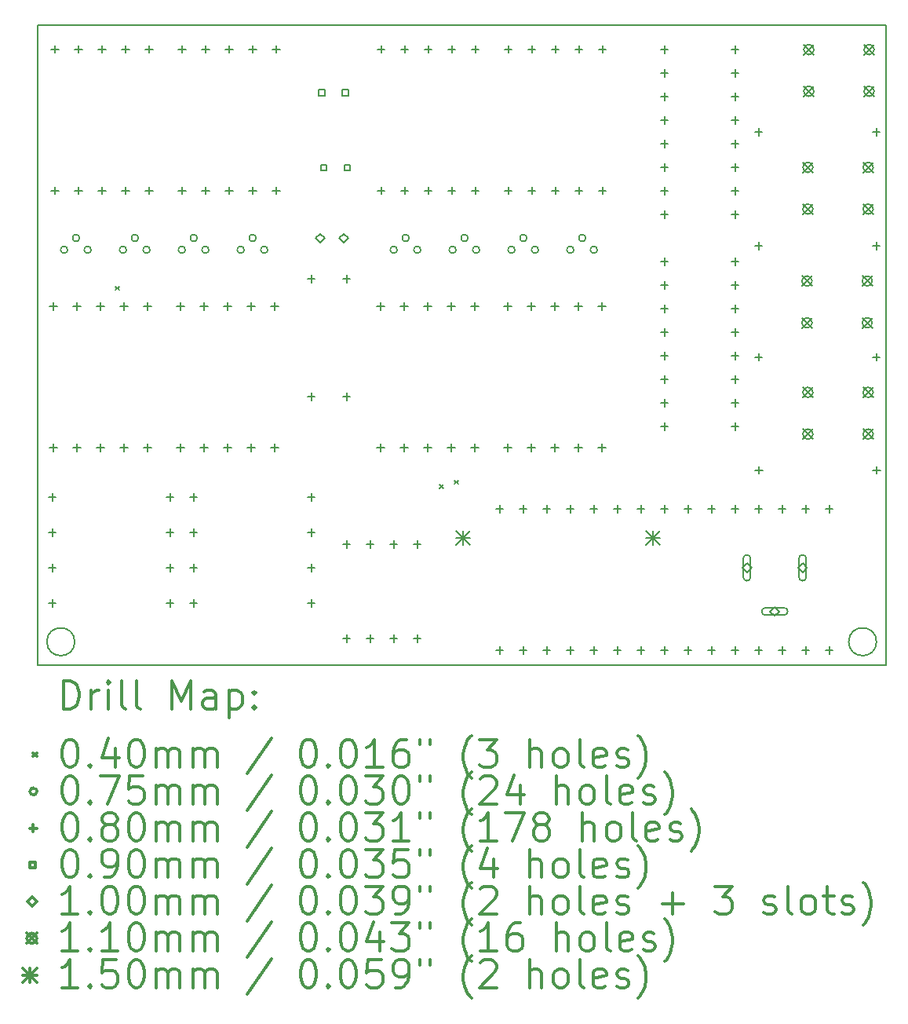
<source format=gbr>
%FSLAX45Y45*%
G04 Gerber Fmt 4.5, Leading zero omitted, Abs format (unit mm)*
G04 Created by KiCad (PCBNEW (5.1.5)-3) date 2020-06-08 21:11:43*
%MOMM*%
%LPD*%
G04 APERTURE LIST*
%TA.AperFunction,Profile*%
%ADD10C,0.150000*%
%TD*%
%ADD11C,0.200000*%
%ADD12C,0.300000*%
G04 APERTURE END LIST*
D10*
X17500000Y-5450000D02*
X17500000Y-12350000D01*
X17400000Y-12100000D02*
G75*
G03X17400000Y-12100000I-150000J0D01*
G01*
X8350000Y-12350000D02*
X8350000Y-12250000D01*
X17500000Y-12350000D02*
X8350000Y-12350000D01*
X8350000Y-12150000D02*
X8350000Y-12250000D01*
X8350000Y-5450000D02*
X17500000Y-5450000D01*
X8350000Y-12150000D02*
X8350000Y-5450000D01*
X8750000Y-12100000D02*
G75*
G03X8750000Y-12100000I-150000J0D01*
G01*
D11*
X9189340Y-8268150D02*
X9229340Y-8308150D01*
X9229340Y-8268150D02*
X9189340Y-8308150D01*
X12685400Y-10406370D02*
X12725400Y-10446370D01*
X12725400Y-10406370D02*
X12685400Y-10446370D01*
X12849170Y-10359050D02*
X12889170Y-10399050D01*
X12889170Y-10359050D02*
X12849170Y-10399050D01*
X10578500Y-7874000D02*
G75*
G03X10578500Y-7874000I-37500J0D01*
G01*
X10706500Y-7747000D02*
G75*
G03X10706500Y-7747000I-37500J0D01*
G01*
X10832500Y-7874000D02*
G75*
G03X10832500Y-7874000I-37500J0D01*
G01*
X8673500Y-7874000D02*
G75*
G03X8673500Y-7874000I-37500J0D01*
G01*
X8801500Y-7747000D02*
G75*
G03X8801500Y-7747000I-37500J0D01*
G01*
X8927500Y-7874000D02*
G75*
G03X8927500Y-7874000I-37500J0D01*
G01*
X9943500Y-7874000D02*
G75*
G03X9943500Y-7874000I-37500J0D01*
G01*
X10071500Y-7747000D02*
G75*
G03X10071500Y-7747000I-37500J0D01*
G01*
X10197500Y-7874000D02*
G75*
G03X10197500Y-7874000I-37500J0D01*
G01*
X12864500Y-7874000D02*
G75*
G03X12864500Y-7874000I-37500J0D01*
G01*
X12992500Y-7747000D02*
G75*
G03X12992500Y-7747000I-37500J0D01*
G01*
X13118500Y-7874000D02*
G75*
G03X13118500Y-7874000I-37500J0D01*
G01*
X14134500Y-7874000D02*
G75*
G03X14134500Y-7874000I-37500J0D01*
G01*
X14262500Y-7747000D02*
G75*
G03X14262500Y-7747000I-37500J0D01*
G01*
X14388500Y-7874000D02*
G75*
G03X14388500Y-7874000I-37500J0D01*
G01*
X12229500Y-7874000D02*
G75*
G03X12229500Y-7874000I-37500J0D01*
G01*
X12357500Y-7747000D02*
G75*
G03X12357500Y-7747000I-37500J0D01*
G01*
X12483500Y-7874000D02*
G75*
G03X12483500Y-7874000I-37500J0D01*
G01*
X9308500Y-7874000D02*
G75*
G03X9308500Y-7874000I-37500J0D01*
G01*
X9436500Y-7747000D02*
G75*
G03X9436500Y-7747000I-37500J0D01*
G01*
X9562500Y-7874000D02*
G75*
G03X9562500Y-7874000I-37500J0D01*
G01*
X13499500Y-7874000D02*
G75*
G03X13499500Y-7874000I-37500J0D01*
G01*
X13627500Y-7747000D02*
G75*
G03X13627500Y-7747000I-37500J0D01*
G01*
X13753500Y-7874000D02*
G75*
G03X13753500Y-7874000I-37500J0D01*
G01*
X11684000Y-8146000D02*
X11684000Y-8226000D01*
X11644000Y-8186000D02*
X11724000Y-8186000D01*
X11684000Y-9416000D02*
X11684000Y-9496000D01*
X11644000Y-9456000D02*
X11724000Y-9456000D01*
X16129000Y-7790000D02*
X16129000Y-7870000D01*
X16089000Y-7830000D02*
X16169000Y-7830000D01*
X17399000Y-7790000D02*
X17399000Y-7870000D01*
X17359000Y-7830000D02*
X17439000Y-7830000D01*
X8509000Y-10501000D02*
X8509000Y-10581000D01*
X8469000Y-10541000D02*
X8549000Y-10541000D01*
X9779000Y-10501000D02*
X9779000Y-10581000D01*
X9739000Y-10541000D02*
X9819000Y-10541000D01*
X13426800Y-5671200D02*
X13426800Y-5751200D01*
X13386800Y-5711200D02*
X13466800Y-5711200D01*
X13426800Y-7195200D02*
X13426800Y-7275200D01*
X13386800Y-7235200D02*
X13466800Y-7235200D01*
X13680800Y-5671200D02*
X13680800Y-5751200D01*
X13640800Y-5711200D02*
X13720800Y-5711200D01*
X13680800Y-7195200D02*
X13680800Y-7275200D01*
X13640800Y-7235200D02*
X13720800Y-7235200D01*
X13934800Y-5671200D02*
X13934800Y-5751200D01*
X13894800Y-5711200D02*
X13974800Y-5711200D01*
X13934800Y-7195200D02*
X13934800Y-7275200D01*
X13894800Y-7235200D02*
X13974800Y-7235200D01*
X14188800Y-5671200D02*
X14188800Y-5751200D01*
X14148800Y-5711200D02*
X14228800Y-5711200D01*
X14188800Y-7195200D02*
X14188800Y-7275200D01*
X14148800Y-7235200D02*
X14228800Y-7235200D01*
X14442800Y-5671200D02*
X14442800Y-5751200D01*
X14402800Y-5711200D02*
X14482800Y-5711200D01*
X14442800Y-7195200D02*
X14442800Y-7275200D01*
X14402800Y-7235200D02*
X14482800Y-7235200D01*
X9906600Y-5671200D02*
X9906600Y-5751200D01*
X9866600Y-5711200D02*
X9946600Y-5711200D01*
X9906600Y-7195200D02*
X9906600Y-7275200D01*
X9866600Y-7235200D02*
X9946600Y-7235200D01*
X10160600Y-5671200D02*
X10160600Y-5751200D01*
X10120600Y-5711200D02*
X10200600Y-5711200D01*
X10160600Y-7195200D02*
X10160600Y-7275200D01*
X10120600Y-7235200D02*
X10200600Y-7235200D01*
X10414600Y-5671200D02*
X10414600Y-5751200D01*
X10374600Y-5711200D02*
X10454600Y-5711200D01*
X10414600Y-7195200D02*
X10414600Y-7275200D01*
X10374600Y-7235200D02*
X10454600Y-7235200D01*
X10668600Y-5671200D02*
X10668600Y-5751200D01*
X10628600Y-5711200D02*
X10708600Y-5711200D01*
X10668600Y-7195200D02*
X10668600Y-7275200D01*
X10628600Y-7235200D02*
X10708600Y-7235200D01*
X10922600Y-5671200D02*
X10922600Y-5751200D01*
X10882600Y-5711200D02*
X10962600Y-5711200D01*
X10922600Y-7195200D02*
X10922600Y-7275200D01*
X10882600Y-7235200D02*
X10962600Y-7235200D01*
X9893000Y-8441200D02*
X9893000Y-8521200D01*
X9853000Y-8481200D02*
X9933000Y-8481200D01*
X9893000Y-9965200D02*
X9893000Y-10045200D01*
X9853000Y-10005200D02*
X9933000Y-10005200D01*
X10147000Y-8441200D02*
X10147000Y-8521200D01*
X10107000Y-8481200D02*
X10187000Y-8481200D01*
X10147000Y-9965200D02*
X10147000Y-10045200D01*
X10107000Y-10005200D02*
X10187000Y-10005200D01*
X10401000Y-8441200D02*
X10401000Y-8521200D01*
X10361000Y-8481200D02*
X10441000Y-8481200D01*
X10401000Y-9965200D02*
X10401000Y-10045200D01*
X10361000Y-10005200D02*
X10441000Y-10005200D01*
X10655000Y-8441200D02*
X10655000Y-8521200D01*
X10615000Y-8481200D02*
X10695000Y-8481200D01*
X10655000Y-9965200D02*
X10655000Y-10045200D01*
X10615000Y-10005200D02*
X10695000Y-10005200D01*
X10909000Y-8441200D02*
X10909000Y-8521200D01*
X10869000Y-8481200D02*
X10949000Y-8481200D01*
X10909000Y-9965200D02*
X10909000Y-10045200D01*
X10869000Y-10005200D02*
X10949000Y-10005200D01*
X13335000Y-10628000D02*
X13335000Y-10708000D01*
X13295000Y-10668000D02*
X13375000Y-10668000D01*
X13335000Y-12152000D02*
X13335000Y-12232000D01*
X13295000Y-12192000D02*
X13375000Y-12192000D01*
X13589000Y-10628000D02*
X13589000Y-10708000D01*
X13549000Y-10668000D02*
X13629000Y-10668000D01*
X13589000Y-12152000D02*
X13589000Y-12232000D01*
X13549000Y-12192000D02*
X13629000Y-12192000D01*
X13843000Y-10628000D02*
X13843000Y-10708000D01*
X13803000Y-10668000D02*
X13883000Y-10668000D01*
X13843000Y-12152000D02*
X13843000Y-12232000D01*
X13803000Y-12192000D02*
X13883000Y-12192000D01*
X14097000Y-10628000D02*
X14097000Y-10708000D01*
X14057000Y-10668000D02*
X14137000Y-10668000D01*
X14097000Y-12152000D02*
X14097000Y-12232000D01*
X14057000Y-12192000D02*
X14137000Y-12192000D01*
X14351000Y-10628000D02*
X14351000Y-10708000D01*
X14311000Y-10668000D02*
X14391000Y-10668000D01*
X14351000Y-12152000D02*
X14351000Y-12232000D01*
X14311000Y-12192000D02*
X14391000Y-12192000D01*
X14605000Y-10628000D02*
X14605000Y-10708000D01*
X14565000Y-10668000D02*
X14645000Y-10668000D01*
X14605000Y-12152000D02*
X14605000Y-12232000D01*
X14565000Y-12192000D02*
X14645000Y-12192000D01*
X14859000Y-10628000D02*
X14859000Y-10708000D01*
X14819000Y-10668000D02*
X14899000Y-10668000D01*
X14859000Y-12152000D02*
X14859000Y-12232000D01*
X14819000Y-12192000D02*
X14899000Y-12192000D01*
X15113000Y-10628000D02*
X15113000Y-10708000D01*
X15073000Y-10668000D02*
X15153000Y-10668000D01*
X15113000Y-12152000D02*
X15113000Y-12232000D01*
X15073000Y-12192000D02*
X15153000Y-12192000D01*
X15367000Y-10628000D02*
X15367000Y-10708000D01*
X15327000Y-10668000D02*
X15407000Y-10668000D01*
X15367000Y-12152000D02*
X15367000Y-12232000D01*
X15327000Y-12192000D02*
X15407000Y-12192000D01*
X15621000Y-10628000D02*
X15621000Y-10708000D01*
X15581000Y-10668000D02*
X15661000Y-10668000D01*
X15621000Y-12152000D02*
X15621000Y-12232000D01*
X15581000Y-12192000D02*
X15661000Y-12192000D01*
X15875000Y-10628000D02*
X15875000Y-10708000D01*
X15835000Y-10668000D02*
X15915000Y-10668000D01*
X15875000Y-12152000D02*
X15875000Y-12232000D01*
X15835000Y-12192000D02*
X15915000Y-12192000D01*
X16129000Y-10628000D02*
X16129000Y-10708000D01*
X16089000Y-10668000D02*
X16169000Y-10668000D01*
X16129000Y-12152000D02*
X16129000Y-12232000D01*
X16089000Y-12192000D02*
X16169000Y-12192000D01*
X16383000Y-10628000D02*
X16383000Y-10708000D01*
X16343000Y-10668000D02*
X16423000Y-10668000D01*
X16383000Y-12152000D02*
X16383000Y-12232000D01*
X16343000Y-12192000D02*
X16423000Y-12192000D01*
X16637000Y-10628000D02*
X16637000Y-10708000D01*
X16597000Y-10668000D02*
X16677000Y-10668000D01*
X16637000Y-12152000D02*
X16637000Y-12232000D01*
X16597000Y-12192000D02*
X16677000Y-12192000D01*
X16891000Y-10628000D02*
X16891000Y-10708000D01*
X16851000Y-10668000D02*
X16931000Y-10668000D01*
X16891000Y-12152000D02*
X16891000Y-12232000D01*
X16851000Y-12192000D02*
X16931000Y-12192000D01*
X16130000Y-10210000D02*
X16130000Y-10290000D01*
X16090000Y-10250000D02*
X16170000Y-10250000D01*
X17400000Y-10210000D02*
X17400000Y-10290000D01*
X17360000Y-10250000D02*
X17440000Y-10250000D01*
X16129000Y-8990000D02*
X16129000Y-9070000D01*
X16089000Y-9030000D02*
X16169000Y-9030000D01*
X17399000Y-8990000D02*
X17399000Y-9070000D01*
X17359000Y-9030000D02*
X17439000Y-9030000D01*
X10033000Y-10501000D02*
X10033000Y-10581000D01*
X9993000Y-10541000D02*
X10073000Y-10541000D01*
X11303000Y-10501000D02*
X11303000Y-10581000D01*
X11263000Y-10541000D02*
X11343000Y-10541000D01*
X8509000Y-10882000D02*
X8509000Y-10962000D01*
X8469000Y-10922000D02*
X8549000Y-10922000D01*
X9779000Y-10882000D02*
X9779000Y-10962000D01*
X9739000Y-10922000D02*
X9819000Y-10922000D01*
X8521400Y-8441200D02*
X8521400Y-8521200D01*
X8481400Y-8481200D02*
X8561400Y-8481200D01*
X8521400Y-9965200D02*
X8521400Y-10045200D01*
X8481400Y-10005200D02*
X8561400Y-10005200D01*
X8775400Y-8441200D02*
X8775400Y-8521200D01*
X8735400Y-8481200D02*
X8815400Y-8481200D01*
X8775400Y-9965200D02*
X8775400Y-10045200D01*
X8735400Y-10005200D02*
X8815400Y-10005200D01*
X9029400Y-8441200D02*
X9029400Y-8521200D01*
X8989400Y-8481200D02*
X9069400Y-8481200D01*
X9029400Y-9965200D02*
X9029400Y-10045200D01*
X8989400Y-10005200D02*
X9069400Y-10005200D01*
X9283400Y-8441200D02*
X9283400Y-8521200D01*
X9243400Y-8481200D02*
X9323400Y-8481200D01*
X9283400Y-9965200D02*
X9283400Y-10045200D01*
X9243400Y-10005200D02*
X9323400Y-10005200D01*
X9537400Y-8441200D02*
X9537400Y-8521200D01*
X9497400Y-8481200D02*
X9577400Y-8481200D01*
X9537400Y-9965200D02*
X9537400Y-10045200D01*
X9497400Y-10005200D02*
X9577400Y-10005200D01*
X15113000Y-5675000D02*
X15113000Y-5755000D01*
X15073000Y-5715000D02*
X15153000Y-5715000D01*
X15113000Y-5929000D02*
X15113000Y-6009000D01*
X15073000Y-5969000D02*
X15153000Y-5969000D01*
X15113000Y-6183000D02*
X15113000Y-6263000D01*
X15073000Y-6223000D02*
X15153000Y-6223000D01*
X15113000Y-6437000D02*
X15113000Y-6517000D01*
X15073000Y-6477000D02*
X15153000Y-6477000D01*
X15113000Y-6691000D02*
X15113000Y-6771000D01*
X15073000Y-6731000D02*
X15153000Y-6731000D01*
X15113000Y-6945000D02*
X15113000Y-7025000D01*
X15073000Y-6985000D02*
X15153000Y-6985000D01*
X15113000Y-7199000D02*
X15113000Y-7279000D01*
X15073000Y-7239000D02*
X15153000Y-7239000D01*
X15113000Y-7453000D02*
X15113000Y-7533000D01*
X15073000Y-7493000D02*
X15153000Y-7493000D01*
X15875000Y-5675000D02*
X15875000Y-5755000D01*
X15835000Y-5715000D02*
X15915000Y-5715000D01*
X15875000Y-5929000D02*
X15875000Y-6009000D01*
X15835000Y-5969000D02*
X15915000Y-5969000D01*
X15875000Y-6183000D02*
X15875000Y-6263000D01*
X15835000Y-6223000D02*
X15915000Y-6223000D01*
X15875000Y-6437000D02*
X15875000Y-6517000D01*
X15835000Y-6477000D02*
X15915000Y-6477000D01*
X15875000Y-6691000D02*
X15875000Y-6771000D01*
X15835000Y-6731000D02*
X15915000Y-6731000D01*
X15875000Y-6945000D02*
X15875000Y-7025000D01*
X15835000Y-6985000D02*
X15915000Y-6985000D01*
X15875000Y-7199000D02*
X15875000Y-7279000D01*
X15835000Y-7239000D02*
X15915000Y-7239000D01*
X15875000Y-7453000D02*
X15875000Y-7533000D01*
X15835000Y-7493000D02*
X15915000Y-7493000D01*
X11684000Y-11009000D02*
X11684000Y-11089000D01*
X11644000Y-11049000D02*
X11724000Y-11049000D01*
X11684000Y-12025000D02*
X11684000Y-12105000D01*
X11644000Y-12065000D02*
X11724000Y-12065000D01*
X11938000Y-11009000D02*
X11938000Y-11089000D01*
X11898000Y-11049000D02*
X11978000Y-11049000D01*
X11938000Y-12025000D02*
X11938000Y-12105000D01*
X11898000Y-12065000D02*
X11978000Y-12065000D01*
X12192000Y-11009000D02*
X12192000Y-11089000D01*
X12152000Y-11049000D02*
X12232000Y-11049000D01*
X12192000Y-12025000D02*
X12192000Y-12105000D01*
X12152000Y-12065000D02*
X12232000Y-12065000D01*
X12446000Y-11009000D02*
X12446000Y-11089000D01*
X12406000Y-11049000D02*
X12486000Y-11049000D01*
X12446000Y-12025000D02*
X12446000Y-12105000D01*
X12406000Y-12065000D02*
X12486000Y-12065000D01*
X8509000Y-11644000D02*
X8509000Y-11724000D01*
X8469000Y-11684000D02*
X8549000Y-11684000D01*
X9779000Y-11644000D02*
X9779000Y-11724000D01*
X9739000Y-11684000D02*
X9819000Y-11684000D01*
X10033000Y-10882000D02*
X10033000Y-10962000D01*
X9993000Y-10922000D02*
X10073000Y-10922000D01*
X11303000Y-10882000D02*
X11303000Y-10962000D01*
X11263000Y-10922000D02*
X11343000Y-10922000D01*
X13423900Y-8443600D02*
X13423900Y-8523600D01*
X13383900Y-8483600D02*
X13463900Y-8483600D01*
X13423900Y-9967600D02*
X13423900Y-10047600D01*
X13383900Y-10007600D02*
X13463900Y-10007600D01*
X13677900Y-8443600D02*
X13677900Y-8523600D01*
X13637900Y-8483600D02*
X13717900Y-8483600D01*
X13677900Y-9967600D02*
X13677900Y-10047600D01*
X13637900Y-10007600D02*
X13717900Y-10007600D01*
X13931900Y-8443600D02*
X13931900Y-8523600D01*
X13891900Y-8483600D02*
X13971900Y-8483600D01*
X13931900Y-9967600D02*
X13931900Y-10047600D01*
X13891900Y-10007600D02*
X13971900Y-10007600D01*
X14185900Y-8443600D02*
X14185900Y-8523600D01*
X14145900Y-8483600D02*
X14225900Y-8483600D01*
X14185900Y-9967600D02*
X14185900Y-10047600D01*
X14145900Y-10007600D02*
X14225900Y-10007600D01*
X14439900Y-8443600D02*
X14439900Y-8523600D01*
X14399900Y-8483600D02*
X14479900Y-8483600D01*
X14439900Y-9967600D02*
X14439900Y-10047600D01*
X14399900Y-10007600D02*
X14479900Y-10007600D01*
X11303000Y-8146000D02*
X11303000Y-8226000D01*
X11263000Y-8186000D02*
X11343000Y-8186000D01*
X11303000Y-9416000D02*
X11303000Y-9496000D01*
X11263000Y-9456000D02*
X11343000Y-9456000D01*
X15113000Y-7961000D02*
X15113000Y-8041000D01*
X15073000Y-8001000D02*
X15153000Y-8001000D01*
X15113000Y-8215000D02*
X15113000Y-8295000D01*
X15073000Y-8255000D02*
X15153000Y-8255000D01*
X15113000Y-8469000D02*
X15113000Y-8549000D01*
X15073000Y-8509000D02*
X15153000Y-8509000D01*
X15113000Y-8723000D02*
X15113000Y-8803000D01*
X15073000Y-8763000D02*
X15153000Y-8763000D01*
X15113000Y-8977000D02*
X15113000Y-9057000D01*
X15073000Y-9017000D02*
X15153000Y-9017000D01*
X15113000Y-9231000D02*
X15113000Y-9311000D01*
X15073000Y-9271000D02*
X15153000Y-9271000D01*
X15113000Y-9485000D02*
X15113000Y-9565000D01*
X15073000Y-9525000D02*
X15153000Y-9525000D01*
X15113000Y-9739000D02*
X15113000Y-9819000D01*
X15073000Y-9779000D02*
X15153000Y-9779000D01*
X15875000Y-7961000D02*
X15875000Y-8041000D01*
X15835000Y-8001000D02*
X15915000Y-8001000D01*
X15875000Y-8215000D02*
X15875000Y-8295000D01*
X15835000Y-8255000D02*
X15915000Y-8255000D01*
X15875000Y-8469000D02*
X15875000Y-8549000D01*
X15835000Y-8509000D02*
X15915000Y-8509000D01*
X15875000Y-8723000D02*
X15875000Y-8803000D01*
X15835000Y-8763000D02*
X15915000Y-8763000D01*
X15875000Y-8977000D02*
X15875000Y-9057000D01*
X15835000Y-9017000D02*
X15915000Y-9017000D01*
X15875000Y-9231000D02*
X15875000Y-9311000D01*
X15835000Y-9271000D02*
X15915000Y-9271000D01*
X15875000Y-9485000D02*
X15875000Y-9565000D01*
X15835000Y-9525000D02*
X15915000Y-9525000D01*
X15875000Y-9739000D02*
X15875000Y-9819000D01*
X15835000Y-9779000D02*
X15915000Y-9779000D01*
X8535000Y-5671200D02*
X8535000Y-5751200D01*
X8495000Y-5711200D02*
X8575000Y-5711200D01*
X8535000Y-7195200D02*
X8535000Y-7275200D01*
X8495000Y-7235200D02*
X8575000Y-7235200D01*
X8789000Y-5671200D02*
X8789000Y-5751200D01*
X8749000Y-5711200D02*
X8829000Y-5711200D01*
X8789000Y-7195200D02*
X8789000Y-7275200D01*
X8749000Y-7235200D02*
X8829000Y-7235200D01*
X9043000Y-5671200D02*
X9043000Y-5751200D01*
X9003000Y-5711200D02*
X9083000Y-5711200D01*
X9043000Y-7195200D02*
X9043000Y-7275200D01*
X9003000Y-7235200D02*
X9083000Y-7235200D01*
X9297000Y-5671200D02*
X9297000Y-5751200D01*
X9257000Y-5711200D02*
X9337000Y-5711200D01*
X9297000Y-7195200D02*
X9297000Y-7275200D01*
X9257000Y-7235200D02*
X9337000Y-7235200D01*
X9551000Y-5671200D02*
X9551000Y-5751200D01*
X9511000Y-5711200D02*
X9591000Y-5711200D01*
X9551000Y-7195200D02*
X9551000Y-7275200D01*
X9511000Y-7235200D02*
X9591000Y-7235200D01*
X10033000Y-11644000D02*
X10033000Y-11724000D01*
X9993000Y-11684000D02*
X10073000Y-11684000D01*
X11303000Y-11644000D02*
X11303000Y-11724000D01*
X11263000Y-11684000D02*
X11343000Y-11684000D01*
X12052300Y-8443600D02*
X12052300Y-8523600D01*
X12012300Y-8483600D02*
X12092300Y-8483600D01*
X12052300Y-9967600D02*
X12052300Y-10047600D01*
X12012300Y-10007600D02*
X12092300Y-10007600D01*
X12306300Y-8443600D02*
X12306300Y-8523600D01*
X12266300Y-8483600D02*
X12346300Y-8483600D01*
X12306300Y-9967600D02*
X12306300Y-10047600D01*
X12266300Y-10007600D02*
X12346300Y-10007600D01*
X12560300Y-8443600D02*
X12560300Y-8523600D01*
X12520300Y-8483600D02*
X12600300Y-8483600D01*
X12560300Y-9967600D02*
X12560300Y-10047600D01*
X12520300Y-10007600D02*
X12600300Y-10007600D01*
X12814300Y-8443600D02*
X12814300Y-8523600D01*
X12774300Y-8483600D02*
X12854300Y-8483600D01*
X12814300Y-9967600D02*
X12814300Y-10047600D01*
X12774300Y-10007600D02*
X12854300Y-10007600D01*
X13068300Y-8443600D02*
X13068300Y-8523600D01*
X13028300Y-8483600D02*
X13108300Y-8483600D01*
X13068300Y-9967600D02*
X13068300Y-10047600D01*
X13028300Y-10007600D02*
X13108300Y-10007600D01*
X8509000Y-11263000D02*
X8509000Y-11343000D01*
X8469000Y-11303000D02*
X8549000Y-11303000D01*
X9779000Y-11263000D02*
X9779000Y-11343000D01*
X9739000Y-11303000D02*
X9819000Y-11303000D01*
X16129000Y-6564000D02*
X16129000Y-6644000D01*
X16089000Y-6604000D02*
X16169000Y-6604000D01*
X17399000Y-6564000D02*
X17399000Y-6644000D01*
X17359000Y-6604000D02*
X17439000Y-6604000D01*
X10033000Y-11263000D02*
X10033000Y-11343000D01*
X9993000Y-11303000D02*
X10073000Y-11303000D01*
X11303000Y-11263000D02*
X11303000Y-11343000D01*
X11263000Y-11303000D02*
X11343000Y-11303000D01*
X12055200Y-5671200D02*
X12055200Y-5751200D01*
X12015200Y-5711200D02*
X12095200Y-5711200D01*
X12055200Y-7195200D02*
X12055200Y-7275200D01*
X12015200Y-7235200D02*
X12095200Y-7235200D01*
X12309200Y-5671200D02*
X12309200Y-5751200D01*
X12269200Y-5711200D02*
X12349200Y-5711200D01*
X12309200Y-7195200D02*
X12309200Y-7275200D01*
X12269200Y-7235200D02*
X12349200Y-7235200D01*
X12563200Y-5671200D02*
X12563200Y-5751200D01*
X12523200Y-5711200D02*
X12603200Y-5711200D01*
X12563200Y-7195200D02*
X12563200Y-7275200D01*
X12523200Y-7235200D02*
X12603200Y-7235200D01*
X12817200Y-5671200D02*
X12817200Y-5751200D01*
X12777200Y-5711200D02*
X12857200Y-5711200D01*
X12817200Y-7195200D02*
X12817200Y-7275200D01*
X12777200Y-7235200D02*
X12857200Y-7235200D01*
X13071200Y-5671200D02*
X13071200Y-5751200D01*
X13031200Y-5711200D02*
X13111200Y-5711200D01*
X13071200Y-7195200D02*
X13071200Y-7275200D01*
X13031200Y-7235200D02*
X13111200Y-7235200D01*
X11467820Y-7021820D02*
X11467820Y-6958180D01*
X11404180Y-6958180D01*
X11404180Y-7021820D01*
X11467820Y-7021820D01*
X11721820Y-7021820D02*
X11721820Y-6958180D01*
X11658180Y-6958180D01*
X11658180Y-7021820D01*
X11721820Y-7021820D01*
X11447820Y-6211820D02*
X11447820Y-6148180D01*
X11384180Y-6148180D01*
X11384180Y-6211820D01*
X11447820Y-6211820D01*
X11701820Y-6211820D02*
X11701820Y-6148180D01*
X11638180Y-6148180D01*
X11638180Y-6211820D01*
X11701820Y-6211820D01*
X11400000Y-7800000D02*
X11450000Y-7750000D01*
X11400000Y-7700000D01*
X11350000Y-7750000D01*
X11400000Y-7800000D01*
X11654000Y-7800000D02*
X11704000Y-7750000D01*
X11654000Y-7700000D01*
X11604000Y-7750000D01*
X11654000Y-7800000D01*
X16002000Y-11353000D02*
X16052000Y-11303000D01*
X16002000Y-11253000D01*
X15952000Y-11303000D01*
X16002000Y-11353000D01*
X16042000Y-11403000D02*
X16042000Y-11203000D01*
X15962000Y-11403000D02*
X15962000Y-11203000D01*
X16042000Y-11203000D02*
G75*
G03X15962000Y-11203000I-40000J0D01*
G01*
X15962000Y-11403000D02*
G75*
G03X16042000Y-11403000I40000J0D01*
G01*
X16302000Y-11823000D02*
X16352000Y-11773000D01*
X16302000Y-11723000D01*
X16252000Y-11773000D01*
X16302000Y-11823000D01*
X16402000Y-11733000D02*
X16202000Y-11733000D01*
X16402000Y-11813000D02*
X16202000Y-11813000D01*
X16202000Y-11733000D02*
G75*
G03X16202000Y-11813000I0J-40000D01*
G01*
X16402000Y-11813000D02*
G75*
G03X16402000Y-11733000I0J40000D01*
G01*
X16602000Y-11353000D02*
X16652000Y-11303000D01*
X16602000Y-11253000D01*
X16552000Y-11303000D01*
X16602000Y-11353000D01*
X16642000Y-11403000D02*
X16642000Y-11203000D01*
X16562000Y-11403000D02*
X16562000Y-11203000D01*
X16642000Y-11203000D02*
G75*
G03X16562000Y-11203000I-40000J0D01*
G01*
X16562000Y-11403000D02*
G75*
G03X16642000Y-11403000I40000J0D01*
G01*
X16595000Y-8156000D02*
X16705000Y-8266000D01*
X16705000Y-8156000D02*
X16595000Y-8266000D01*
X16705000Y-8211000D02*
G75*
G03X16705000Y-8211000I-55000J0D01*
G01*
X16595000Y-8606000D02*
X16705000Y-8716000D01*
X16705000Y-8606000D02*
X16595000Y-8716000D01*
X16705000Y-8661000D02*
G75*
G03X16705000Y-8661000I-55000J0D01*
G01*
X17245000Y-8156000D02*
X17355000Y-8266000D01*
X17355000Y-8156000D02*
X17245000Y-8266000D01*
X17355000Y-8211000D02*
G75*
G03X17355000Y-8211000I-55000J0D01*
G01*
X17245000Y-8606000D02*
X17355000Y-8716000D01*
X17355000Y-8606000D02*
X17245000Y-8716000D01*
X17355000Y-8661000D02*
G75*
G03X17355000Y-8661000I-55000J0D01*
G01*
X16605000Y-9356000D02*
X16715000Y-9466000D01*
X16715000Y-9356000D02*
X16605000Y-9466000D01*
X16715000Y-9411000D02*
G75*
G03X16715000Y-9411000I-55000J0D01*
G01*
X16605000Y-9806000D02*
X16715000Y-9916000D01*
X16715000Y-9806000D02*
X16605000Y-9916000D01*
X16715000Y-9861000D02*
G75*
G03X16715000Y-9861000I-55000J0D01*
G01*
X17255000Y-9356000D02*
X17365000Y-9466000D01*
X17365000Y-9356000D02*
X17255000Y-9466000D01*
X17365000Y-9411000D02*
G75*
G03X17365000Y-9411000I-55000J0D01*
G01*
X17255000Y-9806000D02*
X17365000Y-9916000D01*
X17365000Y-9806000D02*
X17255000Y-9916000D01*
X17365000Y-9861000D02*
G75*
G03X17365000Y-9861000I-55000J0D01*
G01*
X16605000Y-6930000D02*
X16715000Y-7040000D01*
X16715000Y-6930000D02*
X16605000Y-7040000D01*
X16715000Y-6985000D02*
G75*
G03X16715000Y-6985000I-55000J0D01*
G01*
X16605000Y-7380000D02*
X16715000Y-7490000D01*
X16715000Y-7380000D02*
X16605000Y-7490000D01*
X16715000Y-7435000D02*
G75*
G03X16715000Y-7435000I-55000J0D01*
G01*
X17255000Y-6930000D02*
X17365000Y-7040000D01*
X17365000Y-6930000D02*
X17255000Y-7040000D01*
X17365000Y-6985000D02*
G75*
G03X17365000Y-6985000I-55000J0D01*
G01*
X17255000Y-7380000D02*
X17365000Y-7490000D01*
X17365000Y-7380000D02*
X17255000Y-7490000D01*
X17365000Y-7435000D02*
G75*
G03X17365000Y-7435000I-55000J0D01*
G01*
X16615000Y-5660000D02*
X16725000Y-5770000D01*
X16725000Y-5660000D02*
X16615000Y-5770000D01*
X16725000Y-5715000D02*
G75*
G03X16725000Y-5715000I-55000J0D01*
G01*
X16615000Y-6110000D02*
X16725000Y-6220000D01*
X16725000Y-6110000D02*
X16615000Y-6220000D01*
X16725000Y-6165000D02*
G75*
G03X16725000Y-6165000I-55000J0D01*
G01*
X17265000Y-5660000D02*
X17375000Y-5770000D01*
X17375000Y-5660000D02*
X17265000Y-5770000D01*
X17375000Y-5715000D02*
G75*
G03X17375000Y-5715000I-55000J0D01*
G01*
X17265000Y-6110000D02*
X17375000Y-6220000D01*
X17375000Y-6110000D02*
X17265000Y-6220000D01*
X17375000Y-6165000D02*
G75*
G03X17375000Y-6165000I-55000J0D01*
G01*
X12862000Y-10905000D02*
X13012000Y-11055000D01*
X13012000Y-10905000D02*
X12862000Y-11055000D01*
X12937000Y-10905000D02*
X12937000Y-11055000D01*
X12862000Y-10980000D02*
X13012000Y-10980000D01*
X14911000Y-10905000D02*
X15061000Y-11055000D01*
X15061000Y-10905000D02*
X14911000Y-11055000D01*
X14986000Y-10905000D02*
X14986000Y-11055000D01*
X14911000Y-10980000D02*
X15061000Y-10980000D01*
D12*
X8628928Y-12823214D02*
X8628928Y-12523214D01*
X8700357Y-12523214D01*
X8743214Y-12537500D01*
X8771786Y-12566071D01*
X8786071Y-12594643D01*
X8800357Y-12651786D01*
X8800357Y-12694643D01*
X8786071Y-12751786D01*
X8771786Y-12780357D01*
X8743214Y-12808929D01*
X8700357Y-12823214D01*
X8628928Y-12823214D01*
X8928928Y-12823214D02*
X8928928Y-12623214D01*
X8928928Y-12680357D02*
X8943214Y-12651786D01*
X8957500Y-12637500D01*
X8986071Y-12623214D01*
X9014643Y-12623214D01*
X9114643Y-12823214D02*
X9114643Y-12623214D01*
X9114643Y-12523214D02*
X9100357Y-12537500D01*
X9114643Y-12551786D01*
X9128928Y-12537500D01*
X9114643Y-12523214D01*
X9114643Y-12551786D01*
X9300357Y-12823214D02*
X9271786Y-12808929D01*
X9257500Y-12780357D01*
X9257500Y-12523214D01*
X9457500Y-12823214D02*
X9428928Y-12808929D01*
X9414643Y-12780357D01*
X9414643Y-12523214D01*
X9800357Y-12823214D02*
X9800357Y-12523214D01*
X9900357Y-12737500D01*
X10000357Y-12523214D01*
X10000357Y-12823214D01*
X10271786Y-12823214D02*
X10271786Y-12666071D01*
X10257500Y-12637500D01*
X10228928Y-12623214D01*
X10171786Y-12623214D01*
X10143214Y-12637500D01*
X10271786Y-12808929D02*
X10243214Y-12823214D01*
X10171786Y-12823214D01*
X10143214Y-12808929D01*
X10128928Y-12780357D01*
X10128928Y-12751786D01*
X10143214Y-12723214D01*
X10171786Y-12708929D01*
X10243214Y-12708929D01*
X10271786Y-12694643D01*
X10414643Y-12623214D02*
X10414643Y-12923214D01*
X10414643Y-12637500D02*
X10443214Y-12623214D01*
X10500357Y-12623214D01*
X10528928Y-12637500D01*
X10543214Y-12651786D01*
X10557500Y-12680357D01*
X10557500Y-12766071D01*
X10543214Y-12794643D01*
X10528928Y-12808929D01*
X10500357Y-12823214D01*
X10443214Y-12823214D01*
X10414643Y-12808929D01*
X10686071Y-12794643D02*
X10700357Y-12808929D01*
X10686071Y-12823214D01*
X10671786Y-12808929D01*
X10686071Y-12794643D01*
X10686071Y-12823214D01*
X10686071Y-12637500D02*
X10700357Y-12651786D01*
X10686071Y-12666071D01*
X10671786Y-12651786D01*
X10686071Y-12637500D01*
X10686071Y-12666071D01*
X8302500Y-13297500D02*
X8342500Y-13337500D01*
X8342500Y-13297500D02*
X8302500Y-13337500D01*
X8686071Y-13153214D02*
X8714643Y-13153214D01*
X8743214Y-13167500D01*
X8757500Y-13181786D01*
X8771786Y-13210357D01*
X8786071Y-13267500D01*
X8786071Y-13338929D01*
X8771786Y-13396071D01*
X8757500Y-13424643D01*
X8743214Y-13438929D01*
X8714643Y-13453214D01*
X8686071Y-13453214D01*
X8657500Y-13438929D01*
X8643214Y-13424643D01*
X8628928Y-13396071D01*
X8614643Y-13338929D01*
X8614643Y-13267500D01*
X8628928Y-13210357D01*
X8643214Y-13181786D01*
X8657500Y-13167500D01*
X8686071Y-13153214D01*
X8914643Y-13424643D02*
X8928928Y-13438929D01*
X8914643Y-13453214D01*
X8900357Y-13438929D01*
X8914643Y-13424643D01*
X8914643Y-13453214D01*
X9186071Y-13253214D02*
X9186071Y-13453214D01*
X9114643Y-13138929D02*
X9043214Y-13353214D01*
X9228928Y-13353214D01*
X9400357Y-13153214D02*
X9428928Y-13153214D01*
X9457500Y-13167500D01*
X9471786Y-13181786D01*
X9486071Y-13210357D01*
X9500357Y-13267500D01*
X9500357Y-13338929D01*
X9486071Y-13396071D01*
X9471786Y-13424643D01*
X9457500Y-13438929D01*
X9428928Y-13453214D01*
X9400357Y-13453214D01*
X9371786Y-13438929D01*
X9357500Y-13424643D01*
X9343214Y-13396071D01*
X9328928Y-13338929D01*
X9328928Y-13267500D01*
X9343214Y-13210357D01*
X9357500Y-13181786D01*
X9371786Y-13167500D01*
X9400357Y-13153214D01*
X9628928Y-13453214D02*
X9628928Y-13253214D01*
X9628928Y-13281786D02*
X9643214Y-13267500D01*
X9671786Y-13253214D01*
X9714643Y-13253214D01*
X9743214Y-13267500D01*
X9757500Y-13296071D01*
X9757500Y-13453214D01*
X9757500Y-13296071D02*
X9771786Y-13267500D01*
X9800357Y-13253214D01*
X9843214Y-13253214D01*
X9871786Y-13267500D01*
X9886071Y-13296071D01*
X9886071Y-13453214D01*
X10028928Y-13453214D02*
X10028928Y-13253214D01*
X10028928Y-13281786D02*
X10043214Y-13267500D01*
X10071786Y-13253214D01*
X10114643Y-13253214D01*
X10143214Y-13267500D01*
X10157500Y-13296071D01*
X10157500Y-13453214D01*
X10157500Y-13296071D02*
X10171786Y-13267500D01*
X10200357Y-13253214D01*
X10243214Y-13253214D01*
X10271786Y-13267500D01*
X10286071Y-13296071D01*
X10286071Y-13453214D01*
X10871786Y-13138929D02*
X10614643Y-13524643D01*
X11257500Y-13153214D02*
X11286071Y-13153214D01*
X11314643Y-13167500D01*
X11328928Y-13181786D01*
X11343214Y-13210357D01*
X11357500Y-13267500D01*
X11357500Y-13338929D01*
X11343214Y-13396071D01*
X11328928Y-13424643D01*
X11314643Y-13438929D01*
X11286071Y-13453214D01*
X11257500Y-13453214D01*
X11228928Y-13438929D01*
X11214643Y-13424643D01*
X11200357Y-13396071D01*
X11186071Y-13338929D01*
X11186071Y-13267500D01*
X11200357Y-13210357D01*
X11214643Y-13181786D01*
X11228928Y-13167500D01*
X11257500Y-13153214D01*
X11486071Y-13424643D02*
X11500357Y-13438929D01*
X11486071Y-13453214D01*
X11471786Y-13438929D01*
X11486071Y-13424643D01*
X11486071Y-13453214D01*
X11686071Y-13153214D02*
X11714643Y-13153214D01*
X11743214Y-13167500D01*
X11757500Y-13181786D01*
X11771786Y-13210357D01*
X11786071Y-13267500D01*
X11786071Y-13338929D01*
X11771786Y-13396071D01*
X11757500Y-13424643D01*
X11743214Y-13438929D01*
X11714643Y-13453214D01*
X11686071Y-13453214D01*
X11657500Y-13438929D01*
X11643214Y-13424643D01*
X11628928Y-13396071D01*
X11614643Y-13338929D01*
X11614643Y-13267500D01*
X11628928Y-13210357D01*
X11643214Y-13181786D01*
X11657500Y-13167500D01*
X11686071Y-13153214D01*
X12071786Y-13453214D02*
X11900357Y-13453214D01*
X11986071Y-13453214D02*
X11986071Y-13153214D01*
X11957500Y-13196071D01*
X11928928Y-13224643D01*
X11900357Y-13238929D01*
X12328928Y-13153214D02*
X12271786Y-13153214D01*
X12243214Y-13167500D01*
X12228928Y-13181786D01*
X12200357Y-13224643D01*
X12186071Y-13281786D01*
X12186071Y-13396071D01*
X12200357Y-13424643D01*
X12214643Y-13438929D01*
X12243214Y-13453214D01*
X12300357Y-13453214D01*
X12328928Y-13438929D01*
X12343214Y-13424643D01*
X12357500Y-13396071D01*
X12357500Y-13324643D01*
X12343214Y-13296071D01*
X12328928Y-13281786D01*
X12300357Y-13267500D01*
X12243214Y-13267500D01*
X12214643Y-13281786D01*
X12200357Y-13296071D01*
X12186071Y-13324643D01*
X12471786Y-13153214D02*
X12471786Y-13210357D01*
X12586071Y-13153214D02*
X12586071Y-13210357D01*
X13028928Y-13567500D02*
X13014643Y-13553214D01*
X12986071Y-13510357D01*
X12971786Y-13481786D01*
X12957500Y-13438929D01*
X12943214Y-13367500D01*
X12943214Y-13310357D01*
X12957500Y-13238929D01*
X12971786Y-13196071D01*
X12986071Y-13167500D01*
X13014643Y-13124643D01*
X13028928Y-13110357D01*
X13114643Y-13153214D02*
X13300357Y-13153214D01*
X13200357Y-13267500D01*
X13243214Y-13267500D01*
X13271786Y-13281786D01*
X13286071Y-13296071D01*
X13300357Y-13324643D01*
X13300357Y-13396071D01*
X13286071Y-13424643D01*
X13271786Y-13438929D01*
X13243214Y-13453214D01*
X13157500Y-13453214D01*
X13128928Y-13438929D01*
X13114643Y-13424643D01*
X13657500Y-13453214D02*
X13657500Y-13153214D01*
X13786071Y-13453214D02*
X13786071Y-13296071D01*
X13771786Y-13267500D01*
X13743214Y-13253214D01*
X13700357Y-13253214D01*
X13671786Y-13267500D01*
X13657500Y-13281786D01*
X13971786Y-13453214D02*
X13943214Y-13438929D01*
X13928928Y-13424643D01*
X13914643Y-13396071D01*
X13914643Y-13310357D01*
X13928928Y-13281786D01*
X13943214Y-13267500D01*
X13971786Y-13253214D01*
X14014643Y-13253214D01*
X14043214Y-13267500D01*
X14057500Y-13281786D01*
X14071786Y-13310357D01*
X14071786Y-13396071D01*
X14057500Y-13424643D01*
X14043214Y-13438929D01*
X14014643Y-13453214D01*
X13971786Y-13453214D01*
X14243214Y-13453214D02*
X14214643Y-13438929D01*
X14200357Y-13410357D01*
X14200357Y-13153214D01*
X14471786Y-13438929D02*
X14443214Y-13453214D01*
X14386071Y-13453214D01*
X14357500Y-13438929D01*
X14343214Y-13410357D01*
X14343214Y-13296071D01*
X14357500Y-13267500D01*
X14386071Y-13253214D01*
X14443214Y-13253214D01*
X14471786Y-13267500D01*
X14486071Y-13296071D01*
X14486071Y-13324643D01*
X14343214Y-13353214D01*
X14600357Y-13438929D02*
X14628928Y-13453214D01*
X14686071Y-13453214D01*
X14714643Y-13438929D01*
X14728928Y-13410357D01*
X14728928Y-13396071D01*
X14714643Y-13367500D01*
X14686071Y-13353214D01*
X14643214Y-13353214D01*
X14614643Y-13338929D01*
X14600357Y-13310357D01*
X14600357Y-13296071D01*
X14614643Y-13267500D01*
X14643214Y-13253214D01*
X14686071Y-13253214D01*
X14714643Y-13267500D01*
X14828928Y-13567500D02*
X14843214Y-13553214D01*
X14871786Y-13510357D01*
X14886071Y-13481786D01*
X14900357Y-13438929D01*
X14914643Y-13367500D01*
X14914643Y-13310357D01*
X14900357Y-13238929D01*
X14886071Y-13196071D01*
X14871786Y-13167500D01*
X14843214Y-13124643D01*
X14828928Y-13110357D01*
X8342500Y-13713500D02*
G75*
G03X8342500Y-13713500I-37500J0D01*
G01*
X8686071Y-13549214D02*
X8714643Y-13549214D01*
X8743214Y-13563500D01*
X8757500Y-13577786D01*
X8771786Y-13606357D01*
X8786071Y-13663500D01*
X8786071Y-13734929D01*
X8771786Y-13792071D01*
X8757500Y-13820643D01*
X8743214Y-13834929D01*
X8714643Y-13849214D01*
X8686071Y-13849214D01*
X8657500Y-13834929D01*
X8643214Y-13820643D01*
X8628928Y-13792071D01*
X8614643Y-13734929D01*
X8614643Y-13663500D01*
X8628928Y-13606357D01*
X8643214Y-13577786D01*
X8657500Y-13563500D01*
X8686071Y-13549214D01*
X8914643Y-13820643D02*
X8928928Y-13834929D01*
X8914643Y-13849214D01*
X8900357Y-13834929D01*
X8914643Y-13820643D01*
X8914643Y-13849214D01*
X9028928Y-13549214D02*
X9228928Y-13549214D01*
X9100357Y-13849214D01*
X9486071Y-13549214D02*
X9343214Y-13549214D01*
X9328928Y-13692071D01*
X9343214Y-13677786D01*
X9371786Y-13663500D01*
X9443214Y-13663500D01*
X9471786Y-13677786D01*
X9486071Y-13692071D01*
X9500357Y-13720643D01*
X9500357Y-13792071D01*
X9486071Y-13820643D01*
X9471786Y-13834929D01*
X9443214Y-13849214D01*
X9371786Y-13849214D01*
X9343214Y-13834929D01*
X9328928Y-13820643D01*
X9628928Y-13849214D02*
X9628928Y-13649214D01*
X9628928Y-13677786D02*
X9643214Y-13663500D01*
X9671786Y-13649214D01*
X9714643Y-13649214D01*
X9743214Y-13663500D01*
X9757500Y-13692071D01*
X9757500Y-13849214D01*
X9757500Y-13692071D02*
X9771786Y-13663500D01*
X9800357Y-13649214D01*
X9843214Y-13649214D01*
X9871786Y-13663500D01*
X9886071Y-13692071D01*
X9886071Y-13849214D01*
X10028928Y-13849214D02*
X10028928Y-13649214D01*
X10028928Y-13677786D02*
X10043214Y-13663500D01*
X10071786Y-13649214D01*
X10114643Y-13649214D01*
X10143214Y-13663500D01*
X10157500Y-13692071D01*
X10157500Y-13849214D01*
X10157500Y-13692071D02*
X10171786Y-13663500D01*
X10200357Y-13649214D01*
X10243214Y-13649214D01*
X10271786Y-13663500D01*
X10286071Y-13692071D01*
X10286071Y-13849214D01*
X10871786Y-13534929D02*
X10614643Y-13920643D01*
X11257500Y-13549214D02*
X11286071Y-13549214D01*
X11314643Y-13563500D01*
X11328928Y-13577786D01*
X11343214Y-13606357D01*
X11357500Y-13663500D01*
X11357500Y-13734929D01*
X11343214Y-13792071D01*
X11328928Y-13820643D01*
X11314643Y-13834929D01*
X11286071Y-13849214D01*
X11257500Y-13849214D01*
X11228928Y-13834929D01*
X11214643Y-13820643D01*
X11200357Y-13792071D01*
X11186071Y-13734929D01*
X11186071Y-13663500D01*
X11200357Y-13606357D01*
X11214643Y-13577786D01*
X11228928Y-13563500D01*
X11257500Y-13549214D01*
X11486071Y-13820643D02*
X11500357Y-13834929D01*
X11486071Y-13849214D01*
X11471786Y-13834929D01*
X11486071Y-13820643D01*
X11486071Y-13849214D01*
X11686071Y-13549214D02*
X11714643Y-13549214D01*
X11743214Y-13563500D01*
X11757500Y-13577786D01*
X11771786Y-13606357D01*
X11786071Y-13663500D01*
X11786071Y-13734929D01*
X11771786Y-13792071D01*
X11757500Y-13820643D01*
X11743214Y-13834929D01*
X11714643Y-13849214D01*
X11686071Y-13849214D01*
X11657500Y-13834929D01*
X11643214Y-13820643D01*
X11628928Y-13792071D01*
X11614643Y-13734929D01*
X11614643Y-13663500D01*
X11628928Y-13606357D01*
X11643214Y-13577786D01*
X11657500Y-13563500D01*
X11686071Y-13549214D01*
X11886071Y-13549214D02*
X12071786Y-13549214D01*
X11971786Y-13663500D01*
X12014643Y-13663500D01*
X12043214Y-13677786D01*
X12057500Y-13692071D01*
X12071786Y-13720643D01*
X12071786Y-13792071D01*
X12057500Y-13820643D01*
X12043214Y-13834929D01*
X12014643Y-13849214D01*
X11928928Y-13849214D01*
X11900357Y-13834929D01*
X11886071Y-13820643D01*
X12257500Y-13549214D02*
X12286071Y-13549214D01*
X12314643Y-13563500D01*
X12328928Y-13577786D01*
X12343214Y-13606357D01*
X12357500Y-13663500D01*
X12357500Y-13734929D01*
X12343214Y-13792071D01*
X12328928Y-13820643D01*
X12314643Y-13834929D01*
X12286071Y-13849214D01*
X12257500Y-13849214D01*
X12228928Y-13834929D01*
X12214643Y-13820643D01*
X12200357Y-13792071D01*
X12186071Y-13734929D01*
X12186071Y-13663500D01*
X12200357Y-13606357D01*
X12214643Y-13577786D01*
X12228928Y-13563500D01*
X12257500Y-13549214D01*
X12471786Y-13549214D02*
X12471786Y-13606357D01*
X12586071Y-13549214D02*
X12586071Y-13606357D01*
X13028928Y-13963500D02*
X13014643Y-13949214D01*
X12986071Y-13906357D01*
X12971786Y-13877786D01*
X12957500Y-13834929D01*
X12943214Y-13763500D01*
X12943214Y-13706357D01*
X12957500Y-13634929D01*
X12971786Y-13592071D01*
X12986071Y-13563500D01*
X13014643Y-13520643D01*
X13028928Y-13506357D01*
X13128928Y-13577786D02*
X13143214Y-13563500D01*
X13171786Y-13549214D01*
X13243214Y-13549214D01*
X13271786Y-13563500D01*
X13286071Y-13577786D01*
X13300357Y-13606357D01*
X13300357Y-13634929D01*
X13286071Y-13677786D01*
X13114643Y-13849214D01*
X13300357Y-13849214D01*
X13557500Y-13649214D02*
X13557500Y-13849214D01*
X13486071Y-13534929D02*
X13414643Y-13749214D01*
X13600357Y-13749214D01*
X13943214Y-13849214D02*
X13943214Y-13549214D01*
X14071786Y-13849214D02*
X14071786Y-13692071D01*
X14057500Y-13663500D01*
X14028928Y-13649214D01*
X13986071Y-13649214D01*
X13957500Y-13663500D01*
X13943214Y-13677786D01*
X14257500Y-13849214D02*
X14228928Y-13834929D01*
X14214643Y-13820643D01*
X14200357Y-13792071D01*
X14200357Y-13706357D01*
X14214643Y-13677786D01*
X14228928Y-13663500D01*
X14257500Y-13649214D01*
X14300357Y-13649214D01*
X14328928Y-13663500D01*
X14343214Y-13677786D01*
X14357500Y-13706357D01*
X14357500Y-13792071D01*
X14343214Y-13820643D01*
X14328928Y-13834929D01*
X14300357Y-13849214D01*
X14257500Y-13849214D01*
X14528928Y-13849214D02*
X14500357Y-13834929D01*
X14486071Y-13806357D01*
X14486071Y-13549214D01*
X14757500Y-13834929D02*
X14728928Y-13849214D01*
X14671786Y-13849214D01*
X14643214Y-13834929D01*
X14628928Y-13806357D01*
X14628928Y-13692071D01*
X14643214Y-13663500D01*
X14671786Y-13649214D01*
X14728928Y-13649214D01*
X14757500Y-13663500D01*
X14771786Y-13692071D01*
X14771786Y-13720643D01*
X14628928Y-13749214D01*
X14886071Y-13834929D02*
X14914643Y-13849214D01*
X14971786Y-13849214D01*
X15000357Y-13834929D01*
X15014643Y-13806357D01*
X15014643Y-13792071D01*
X15000357Y-13763500D01*
X14971786Y-13749214D01*
X14928928Y-13749214D01*
X14900357Y-13734929D01*
X14886071Y-13706357D01*
X14886071Y-13692071D01*
X14900357Y-13663500D01*
X14928928Y-13649214D01*
X14971786Y-13649214D01*
X15000357Y-13663500D01*
X15114643Y-13963500D02*
X15128928Y-13949214D01*
X15157500Y-13906357D01*
X15171786Y-13877786D01*
X15186071Y-13834929D01*
X15200357Y-13763500D01*
X15200357Y-13706357D01*
X15186071Y-13634929D01*
X15171786Y-13592071D01*
X15157500Y-13563500D01*
X15128928Y-13520643D01*
X15114643Y-13506357D01*
X8302500Y-14069500D02*
X8302500Y-14149500D01*
X8262500Y-14109500D02*
X8342500Y-14109500D01*
X8686071Y-13945214D02*
X8714643Y-13945214D01*
X8743214Y-13959500D01*
X8757500Y-13973786D01*
X8771786Y-14002357D01*
X8786071Y-14059500D01*
X8786071Y-14130929D01*
X8771786Y-14188071D01*
X8757500Y-14216643D01*
X8743214Y-14230929D01*
X8714643Y-14245214D01*
X8686071Y-14245214D01*
X8657500Y-14230929D01*
X8643214Y-14216643D01*
X8628928Y-14188071D01*
X8614643Y-14130929D01*
X8614643Y-14059500D01*
X8628928Y-14002357D01*
X8643214Y-13973786D01*
X8657500Y-13959500D01*
X8686071Y-13945214D01*
X8914643Y-14216643D02*
X8928928Y-14230929D01*
X8914643Y-14245214D01*
X8900357Y-14230929D01*
X8914643Y-14216643D01*
X8914643Y-14245214D01*
X9100357Y-14073786D02*
X9071786Y-14059500D01*
X9057500Y-14045214D01*
X9043214Y-14016643D01*
X9043214Y-14002357D01*
X9057500Y-13973786D01*
X9071786Y-13959500D01*
X9100357Y-13945214D01*
X9157500Y-13945214D01*
X9186071Y-13959500D01*
X9200357Y-13973786D01*
X9214643Y-14002357D01*
X9214643Y-14016643D01*
X9200357Y-14045214D01*
X9186071Y-14059500D01*
X9157500Y-14073786D01*
X9100357Y-14073786D01*
X9071786Y-14088071D01*
X9057500Y-14102357D01*
X9043214Y-14130929D01*
X9043214Y-14188071D01*
X9057500Y-14216643D01*
X9071786Y-14230929D01*
X9100357Y-14245214D01*
X9157500Y-14245214D01*
X9186071Y-14230929D01*
X9200357Y-14216643D01*
X9214643Y-14188071D01*
X9214643Y-14130929D01*
X9200357Y-14102357D01*
X9186071Y-14088071D01*
X9157500Y-14073786D01*
X9400357Y-13945214D02*
X9428928Y-13945214D01*
X9457500Y-13959500D01*
X9471786Y-13973786D01*
X9486071Y-14002357D01*
X9500357Y-14059500D01*
X9500357Y-14130929D01*
X9486071Y-14188071D01*
X9471786Y-14216643D01*
X9457500Y-14230929D01*
X9428928Y-14245214D01*
X9400357Y-14245214D01*
X9371786Y-14230929D01*
X9357500Y-14216643D01*
X9343214Y-14188071D01*
X9328928Y-14130929D01*
X9328928Y-14059500D01*
X9343214Y-14002357D01*
X9357500Y-13973786D01*
X9371786Y-13959500D01*
X9400357Y-13945214D01*
X9628928Y-14245214D02*
X9628928Y-14045214D01*
X9628928Y-14073786D02*
X9643214Y-14059500D01*
X9671786Y-14045214D01*
X9714643Y-14045214D01*
X9743214Y-14059500D01*
X9757500Y-14088071D01*
X9757500Y-14245214D01*
X9757500Y-14088071D02*
X9771786Y-14059500D01*
X9800357Y-14045214D01*
X9843214Y-14045214D01*
X9871786Y-14059500D01*
X9886071Y-14088071D01*
X9886071Y-14245214D01*
X10028928Y-14245214D02*
X10028928Y-14045214D01*
X10028928Y-14073786D02*
X10043214Y-14059500D01*
X10071786Y-14045214D01*
X10114643Y-14045214D01*
X10143214Y-14059500D01*
X10157500Y-14088071D01*
X10157500Y-14245214D01*
X10157500Y-14088071D02*
X10171786Y-14059500D01*
X10200357Y-14045214D01*
X10243214Y-14045214D01*
X10271786Y-14059500D01*
X10286071Y-14088071D01*
X10286071Y-14245214D01*
X10871786Y-13930929D02*
X10614643Y-14316643D01*
X11257500Y-13945214D02*
X11286071Y-13945214D01*
X11314643Y-13959500D01*
X11328928Y-13973786D01*
X11343214Y-14002357D01*
X11357500Y-14059500D01*
X11357500Y-14130929D01*
X11343214Y-14188071D01*
X11328928Y-14216643D01*
X11314643Y-14230929D01*
X11286071Y-14245214D01*
X11257500Y-14245214D01*
X11228928Y-14230929D01*
X11214643Y-14216643D01*
X11200357Y-14188071D01*
X11186071Y-14130929D01*
X11186071Y-14059500D01*
X11200357Y-14002357D01*
X11214643Y-13973786D01*
X11228928Y-13959500D01*
X11257500Y-13945214D01*
X11486071Y-14216643D02*
X11500357Y-14230929D01*
X11486071Y-14245214D01*
X11471786Y-14230929D01*
X11486071Y-14216643D01*
X11486071Y-14245214D01*
X11686071Y-13945214D02*
X11714643Y-13945214D01*
X11743214Y-13959500D01*
X11757500Y-13973786D01*
X11771786Y-14002357D01*
X11786071Y-14059500D01*
X11786071Y-14130929D01*
X11771786Y-14188071D01*
X11757500Y-14216643D01*
X11743214Y-14230929D01*
X11714643Y-14245214D01*
X11686071Y-14245214D01*
X11657500Y-14230929D01*
X11643214Y-14216643D01*
X11628928Y-14188071D01*
X11614643Y-14130929D01*
X11614643Y-14059500D01*
X11628928Y-14002357D01*
X11643214Y-13973786D01*
X11657500Y-13959500D01*
X11686071Y-13945214D01*
X11886071Y-13945214D02*
X12071786Y-13945214D01*
X11971786Y-14059500D01*
X12014643Y-14059500D01*
X12043214Y-14073786D01*
X12057500Y-14088071D01*
X12071786Y-14116643D01*
X12071786Y-14188071D01*
X12057500Y-14216643D01*
X12043214Y-14230929D01*
X12014643Y-14245214D01*
X11928928Y-14245214D01*
X11900357Y-14230929D01*
X11886071Y-14216643D01*
X12357500Y-14245214D02*
X12186071Y-14245214D01*
X12271786Y-14245214D02*
X12271786Y-13945214D01*
X12243214Y-13988071D01*
X12214643Y-14016643D01*
X12186071Y-14030929D01*
X12471786Y-13945214D02*
X12471786Y-14002357D01*
X12586071Y-13945214D02*
X12586071Y-14002357D01*
X13028928Y-14359500D02*
X13014643Y-14345214D01*
X12986071Y-14302357D01*
X12971786Y-14273786D01*
X12957500Y-14230929D01*
X12943214Y-14159500D01*
X12943214Y-14102357D01*
X12957500Y-14030929D01*
X12971786Y-13988071D01*
X12986071Y-13959500D01*
X13014643Y-13916643D01*
X13028928Y-13902357D01*
X13300357Y-14245214D02*
X13128928Y-14245214D01*
X13214643Y-14245214D02*
X13214643Y-13945214D01*
X13186071Y-13988071D01*
X13157500Y-14016643D01*
X13128928Y-14030929D01*
X13400357Y-13945214D02*
X13600357Y-13945214D01*
X13471786Y-14245214D01*
X13757500Y-14073786D02*
X13728928Y-14059500D01*
X13714643Y-14045214D01*
X13700357Y-14016643D01*
X13700357Y-14002357D01*
X13714643Y-13973786D01*
X13728928Y-13959500D01*
X13757500Y-13945214D01*
X13814643Y-13945214D01*
X13843214Y-13959500D01*
X13857500Y-13973786D01*
X13871786Y-14002357D01*
X13871786Y-14016643D01*
X13857500Y-14045214D01*
X13843214Y-14059500D01*
X13814643Y-14073786D01*
X13757500Y-14073786D01*
X13728928Y-14088071D01*
X13714643Y-14102357D01*
X13700357Y-14130929D01*
X13700357Y-14188071D01*
X13714643Y-14216643D01*
X13728928Y-14230929D01*
X13757500Y-14245214D01*
X13814643Y-14245214D01*
X13843214Y-14230929D01*
X13857500Y-14216643D01*
X13871786Y-14188071D01*
X13871786Y-14130929D01*
X13857500Y-14102357D01*
X13843214Y-14088071D01*
X13814643Y-14073786D01*
X14228928Y-14245214D02*
X14228928Y-13945214D01*
X14357500Y-14245214D02*
X14357500Y-14088071D01*
X14343214Y-14059500D01*
X14314643Y-14045214D01*
X14271786Y-14045214D01*
X14243214Y-14059500D01*
X14228928Y-14073786D01*
X14543214Y-14245214D02*
X14514643Y-14230929D01*
X14500357Y-14216643D01*
X14486071Y-14188071D01*
X14486071Y-14102357D01*
X14500357Y-14073786D01*
X14514643Y-14059500D01*
X14543214Y-14045214D01*
X14586071Y-14045214D01*
X14614643Y-14059500D01*
X14628928Y-14073786D01*
X14643214Y-14102357D01*
X14643214Y-14188071D01*
X14628928Y-14216643D01*
X14614643Y-14230929D01*
X14586071Y-14245214D01*
X14543214Y-14245214D01*
X14814643Y-14245214D02*
X14786071Y-14230929D01*
X14771786Y-14202357D01*
X14771786Y-13945214D01*
X15043214Y-14230929D02*
X15014643Y-14245214D01*
X14957500Y-14245214D01*
X14928928Y-14230929D01*
X14914643Y-14202357D01*
X14914643Y-14088071D01*
X14928928Y-14059500D01*
X14957500Y-14045214D01*
X15014643Y-14045214D01*
X15043214Y-14059500D01*
X15057500Y-14088071D01*
X15057500Y-14116643D01*
X14914643Y-14145214D01*
X15171786Y-14230929D02*
X15200357Y-14245214D01*
X15257500Y-14245214D01*
X15286071Y-14230929D01*
X15300357Y-14202357D01*
X15300357Y-14188071D01*
X15286071Y-14159500D01*
X15257500Y-14145214D01*
X15214643Y-14145214D01*
X15186071Y-14130929D01*
X15171786Y-14102357D01*
X15171786Y-14088071D01*
X15186071Y-14059500D01*
X15214643Y-14045214D01*
X15257500Y-14045214D01*
X15286071Y-14059500D01*
X15400357Y-14359500D02*
X15414643Y-14345214D01*
X15443214Y-14302357D01*
X15457500Y-14273786D01*
X15471786Y-14230929D01*
X15486071Y-14159500D01*
X15486071Y-14102357D01*
X15471786Y-14030929D01*
X15457500Y-13988071D01*
X15443214Y-13959500D01*
X15414643Y-13916643D01*
X15400357Y-13902357D01*
X8329320Y-14537320D02*
X8329320Y-14473680D01*
X8265680Y-14473680D01*
X8265680Y-14537320D01*
X8329320Y-14537320D01*
X8686071Y-14341214D02*
X8714643Y-14341214D01*
X8743214Y-14355500D01*
X8757500Y-14369786D01*
X8771786Y-14398357D01*
X8786071Y-14455500D01*
X8786071Y-14526929D01*
X8771786Y-14584071D01*
X8757500Y-14612643D01*
X8743214Y-14626929D01*
X8714643Y-14641214D01*
X8686071Y-14641214D01*
X8657500Y-14626929D01*
X8643214Y-14612643D01*
X8628928Y-14584071D01*
X8614643Y-14526929D01*
X8614643Y-14455500D01*
X8628928Y-14398357D01*
X8643214Y-14369786D01*
X8657500Y-14355500D01*
X8686071Y-14341214D01*
X8914643Y-14612643D02*
X8928928Y-14626929D01*
X8914643Y-14641214D01*
X8900357Y-14626929D01*
X8914643Y-14612643D01*
X8914643Y-14641214D01*
X9071786Y-14641214D02*
X9128928Y-14641214D01*
X9157500Y-14626929D01*
X9171786Y-14612643D01*
X9200357Y-14569786D01*
X9214643Y-14512643D01*
X9214643Y-14398357D01*
X9200357Y-14369786D01*
X9186071Y-14355500D01*
X9157500Y-14341214D01*
X9100357Y-14341214D01*
X9071786Y-14355500D01*
X9057500Y-14369786D01*
X9043214Y-14398357D01*
X9043214Y-14469786D01*
X9057500Y-14498357D01*
X9071786Y-14512643D01*
X9100357Y-14526929D01*
X9157500Y-14526929D01*
X9186071Y-14512643D01*
X9200357Y-14498357D01*
X9214643Y-14469786D01*
X9400357Y-14341214D02*
X9428928Y-14341214D01*
X9457500Y-14355500D01*
X9471786Y-14369786D01*
X9486071Y-14398357D01*
X9500357Y-14455500D01*
X9500357Y-14526929D01*
X9486071Y-14584071D01*
X9471786Y-14612643D01*
X9457500Y-14626929D01*
X9428928Y-14641214D01*
X9400357Y-14641214D01*
X9371786Y-14626929D01*
X9357500Y-14612643D01*
X9343214Y-14584071D01*
X9328928Y-14526929D01*
X9328928Y-14455500D01*
X9343214Y-14398357D01*
X9357500Y-14369786D01*
X9371786Y-14355500D01*
X9400357Y-14341214D01*
X9628928Y-14641214D02*
X9628928Y-14441214D01*
X9628928Y-14469786D02*
X9643214Y-14455500D01*
X9671786Y-14441214D01*
X9714643Y-14441214D01*
X9743214Y-14455500D01*
X9757500Y-14484071D01*
X9757500Y-14641214D01*
X9757500Y-14484071D02*
X9771786Y-14455500D01*
X9800357Y-14441214D01*
X9843214Y-14441214D01*
X9871786Y-14455500D01*
X9886071Y-14484071D01*
X9886071Y-14641214D01*
X10028928Y-14641214D02*
X10028928Y-14441214D01*
X10028928Y-14469786D02*
X10043214Y-14455500D01*
X10071786Y-14441214D01*
X10114643Y-14441214D01*
X10143214Y-14455500D01*
X10157500Y-14484071D01*
X10157500Y-14641214D01*
X10157500Y-14484071D02*
X10171786Y-14455500D01*
X10200357Y-14441214D01*
X10243214Y-14441214D01*
X10271786Y-14455500D01*
X10286071Y-14484071D01*
X10286071Y-14641214D01*
X10871786Y-14326929D02*
X10614643Y-14712643D01*
X11257500Y-14341214D02*
X11286071Y-14341214D01*
X11314643Y-14355500D01*
X11328928Y-14369786D01*
X11343214Y-14398357D01*
X11357500Y-14455500D01*
X11357500Y-14526929D01*
X11343214Y-14584071D01*
X11328928Y-14612643D01*
X11314643Y-14626929D01*
X11286071Y-14641214D01*
X11257500Y-14641214D01*
X11228928Y-14626929D01*
X11214643Y-14612643D01*
X11200357Y-14584071D01*
X11186071Y-14526929D01*
X11186071Y-14455500D01*
X11200357Y-14398357D01*
X11214643Y-14369786D01*
X11228928Y-14355500D01*
X11257500Y-14341214D01*
X11486071Y-14612643D02*
X11500357Y-14626929D01*
X11486071Y-14641214D01*
X11471786Y-14626929D01*
X11486071Y-14612643D01*
X11486071Y-14641214D01*
X11686071Y-14341214D02*
X11714643Y-14341214D01*
X11743214Y-14355500D01*
X11757500Y-14369786D01*
X11771786Y-14398357D01*
X11786071Y-14455500D01*
X11786071Y-14526929D01*
X11771786Y-14584071D01*
X11757500Y-14612643D01*
X11743214Y-14626929D01*
X11714643Y-14641214D01*
X11686071Y-14641214D01*
X11657500Y-14626929D01*
X11643214Y-14612643D01*
X11628928Y-14584071D01*
X11614643Y-14526929D01*
X11614643Y-14455500D01*
X11628928Y-14398357D01*
X11643214Y-14369786D01*
X11657500Y-14355500D01*
X11686071Y-14341214D01*
X11886071Y-14341214D02*
X12071786Y-14341214D01*
X11971786Y-14455500D01*
X12014643Y-14455500D01*
X12043214Y-14469786D01*
X12057500Y-14484071D01*
X12071786Y-14512643D01*
X12071786Y-14584071D01*
X12057500Y-14612643D01*
X12043214Y-14626929D01*
X12014643Y-14641214D01*
X11928928Y-14641214D01*
X11900357Y-14626929D01*
X11886071Y-14612643D01*
X12343214Y-14341214D02*
X12200357Y-14341214D01*
X12186071Y-14484071D01*
X12200357Y-14469786D01*
X12228928Y-14455500D01*
X12300357Y-14455500D01*
X12328928Y-14469786D01*
X12343214Y-14484071D01*
X12357500Y-14512643D01*
X12357500Y-14584071D01*
X12343214Y-14612643D01*
X12328928Y-14626929D01*
X12300357Y-14641214D01*
X12228928Y-14641214D01*
X12200357Y-14626929D01*
X12186071Y-14612643D01*
X12471786Y-14341214D02*
X12471786Y-14398357D01*
X12586071Y-14341214D02*
X12586071Y-14398357D01*
X13028928Y-14755500D02*
X13014643Y-14741214D01*
X12986071Y-14698357D01*
X12971786Y-14669786D01*
X12957500Y-14626929D01*
X12943214Y-14555500D01*
X12943214Y-14498357D01*
X12957500Y-14426929D01*
X12971786Y-14384071D01*
X12986071Y-14355500D01*
X13014643Y-14312643D01*
X13028928Y-14298357D01*
X13271786Y-14441214D02*
X13271786Y-14641214D01*
X13200357Y-14326929D02*
X13128928Y-14541214D01*
X13314643Y-14541214D01*
X13657500Y-14641214D02*
X13657500Y-14341214D01*
X13786071Y-14641214D02*
X13786071Y-14484071D01*
X13771786Y-14455500D01*
X13743214Y-14441214D01*
X13700357Y-14441214D01*
X13671786Y-14455500D01*
X13657500Y-14469786D01*
X13971786Y-14641214D02*
X13943214Y-14626929D01*
X13928928Y-14612643D01*
X13914643Y-14584071D01*
X13914643Y-14498357D01*
X13928928Y-14469786D01*
X13943214Y-14455500D01*
X13971786Y-14441214D01*
X14014643Y-14441214D01*
X14043214Y-14455500D01*
X14057500Y-14469786D01*
X14071786Y-14498357D01*
X14071786Y-14584071D01*
X14057500Y-14612643D01*
X14043214Y-14626929D01*
X14014643Y-14641214D01*
X13971786Y-14641214D01*
X14243214Y-14641214D02*
X14214643Y-14626929D01*
X14200357Y-14598357D01*
X14200357Y-14341214D01*
X14471786Y-14626929D02*
X14443214Y-14641214D01*
X14386071Y-14641214D01*
X14357500Y-14626929D01*
X14343214Y-14598357D01*
X14343214Y-14484071D01*
X14357500Y-14455500D01*
X14386071Y-14441214D01*
X14443214Y-14441214D01*
X14471786Y-14455500D01*
X14486071Y-14484071D01*
X14486071Y-14512643D01*
X14343214Y-14541214D01*
X14600357Y-14626929D02*
X14628928Y-14641214D01*
X14686071Y-14641214D01*
X14714643Y-14626929D01*
X14728928Y-14598357D01*
X14728928Y-14584071D01*
X14714643Y-14555500D01*
X14686071Y-14541214D01*
X14643214Y-14541214D01*
X14614643Y-14526929D01*
X14600357Y-14498357D01*
X14600357Y-14484071D01*
X14614643Y-14455500D01*
X14643214Y-14441214D01*
X14686071Y-14441214D01*
X14714643Y-14455500D01*
X14828928Y-14755500D02*
X14843214Y-14741214D01*
X14871786Y-14698357D01*
X14886071Y-14669786D01*
X14900357Y-14626929D01*
X14914643Y-14555500D01*
X14914643Y-14498357D01*
X14900357Y-14426929D01*
X14886071Y-14384071D01*
X14871786Y-14355500D01*
X14843214Y-14312643D01*
X14828928Y-14298357D01*
X8292500Y-14951500D02*
X8342500Y-14901500D01*
X8292500Y-14851500D01*
X8242500Y-14901500D01*
X8292500Y-14951500D01*
X8786071Y-15037214D02*
X8614643Y-15037214D01*
X8700357Y-15037214D02*
X8700357Y-14737214D01*
X8671786Y-14780071D01*
X8643214Y-14808643D01*
X8614643Y-14822929D01*
X8914643Y-15008643D02*
X8928928Y-15022929D01*
X8914643Y-15037214D01*
X8900357Y-15022929D01*
X8914643Y-15008643D01*
X8914643Y-15037214D01*
X9114643Y-14737214D02*
X9143214Y-14737214D01*
X9171786Y-14751500D01*
X9186071Y-14765786D01*
X9200357Y-14794357D01*
X9214643Y-14851500D01*
X9214643Y-14922929D01*
X9200357Y-14980071D01*
X9186071Y-15008643D01*
X9171786Y-15022929D01*
X9143214Y-15037214D01*
X9114643Y-15037214D01*
X9086071Y-15022929D01*
X9071786Y-15008643D01*
X9057500Y-14980071D01*
X9043214Y-14922929D01*
X9043214Y-14851500D01*
X9057500Y-14794357D01*
X9071786Y-14765786D01*
X9086071Y-14751500D01*
X9114643Y-14737214D01*
X9400357Y-14737214D02*
X9428928Y-14737214D01*
X9457500Y-14751500D01*
X9471786Y-14765786D01*
X9486071Y-14794357D01*
X9500357Y-14851500D01*
X9500357Y-14922929D01*
X9486071Y-14980071D01*
X9471786Y-15008643D01*
X9457500Y-15022929D01*
X9428928Y-15037214D01*
X9400357Y-15037214D01*
X9371786Y-15022929D01*
X9357500Y-15008643D01*
X9343214Y-14980071D01*
X9328928Y-14922929D01*
X9328928Y-14851500D01*
X9343214Y-14794357D01*
X9357500Y-14765786D01*
X9371786Y-14751500D01*
X9400357Y-14737214D01*
X9628928Y-15037214D02*
X9628928Y-14837214D01*
X9628928Y-14865786D02*
X9643214Y-14851500D01*
X9671786Y-14837214D01*
X9714643Y-14837214D01*
X9743214Y-14851500D01*
X9757500Y-14880071D01*
X9757500Y-15037214D01*
X9757500Y-14880071D02*
X9771786Y-14851500D01*
X9800357Y-14837214D01*
X9843214Y-14837214D01*
X9871786Y-14851500D01*
X9886071Y-14880071D01*
X9886071Y-15037214D01*
X10028928Y-15037214D02*
X10028928Y-14837214D01*
X10028928Y-14865786D02*
X10043214Y-14851500D01*
X10071786Y-14837214D01*
X10114643Y-14837214D01*
X10143214Y-14851500D01*
X10157500Y-14880071D01*
X10157500Y-15037214D01*
X10157500Y-14880071D02*
X10171786Y-14851500D01*
X10200357Y-14837214D01*
X10243214Y-14837214D01*
X10271786Y-14851500D01*
X10286071Y-14880071D01*
X10286071Y-15037214D01*
X10871786Y-14722929D02*
X10614643Y-15108643D01*
X11257500Y-14737214D02*
X11286071Y-14737214D01*
X11314643Y-14751500D01*
X11328928Y-14765786D01*
X11343214Y-14794357D01*
X11357500Y-14851500D01*
X11357500Y-14922929D01*
X11343214Y-14980071D01*
X11328928Y-15008643D01*
X11314643Y-15022929D01*
X11286071Y-15037214D01*
X11257500Y-15037214D01*
X11228928Y-15022929D01*
X11214643Y-15008643D01*
X11200357Y-14980071D01*
X11186071Y-14922929D01*
X11186071Y-14851500D01*
X11200357Y-14794357D01*
X11214643Y-14765786D01*
X11228928Y-14751500D01*
X11257500Y-14737214D01*
X11486071Y-15008643D02*
X11500357Y-15022929D01*
X11486071Y-15037214D01*
X11471786Y-15022929D01*
X11486071Y-15008643D01*
X11486071Y-15037214D01*
X11686071Y-14737214D02*
X11714643Y-14737214D01*
X11743214Y-14751500D01*
X11757500Y-14765786D01*
X11771786Y-14794357D01*
X11786071Y-14851500D01*
X11786071Y-14922929D01*
X11771786Y-14980071D01*
X11757500Y-15008643D01*
X11743214Y-15022929D01*
X11714643Y-15037214D01*
X11686071Y-15037214D01*
X11657500Y-15022929D01*
X11643214Y-15008643D01*
X11628928Y-14980071D01*
X11614643Y-14922929D01*
X11614643Y-14851500D01*
X11628928Y-14794357D01*
X11643214Y-14765786D01*
X11657500Y-14751500D01*
X11686071Y-14737214D01*
X11886071Y-14737214D02*
X12071786Y-14737214D01*
X11971786Y-14851500D01*
X12014643Y-14851500D01*
X12043214Y-14865786D01*
X12057500Y-14880071D01*
X12071786Y-14908643D01*
X12071786Y-14980071D01*
X12057500Y-15008643D01*
X12043214Y-15022929D01*
X12014643Y-15037214D01*
X11928928Y-15037214D01*
X11900357Y-15022929D01*
X11886071Y-15008643D01*
X12214643Y-15037214D02*
X12271786Y-15037214D01*
X12300357Y-15022929D01*
X12314643Y-15008643D01*
X12343214Y-14965786D01*
X12357500Y-14908643D01*
X12357500Y-14794357D01*
X12343214Y-14765786D01*
X12328928Y-14751500D01*
X12300357Y-14737214D01*
X12243214Y-14737214D01*
X12214643Y-14751500D01*
X12200357Y-14765786D01*
X12186071Y-14794357D01*
X12186071Y-14865786D01*
X12200357Y-14894357D01*
X12214643Y-14908643D01*
X12243214Y-14922929D01*
X12300357Y-14922929D01*
X12328928Y-14908643D01*
X12343214Y-14894357D01*
X12357500Y-14865786D01*
X12471786Y-14737214D02*
X12471786Y-14794357D01*
X12586071Y-14737214D02*
X12586071Y-14794357D01*
X13028928Y-15151500D02*
X13014643Y-15137214D01*
X12986071Y-15094357D01*
X12971786Y-15065786D01*
X12957500Y-15022929D01*
X12943214Y-14951500D01*
X12943214Y-14894357D01*
X12957500Y-14822929D01*
X12971786Y-14780071D01*
X12986071Y-14751500D01*
X13014643Y-14708643D01*
X13028928Y-14694357D01*
X13128928Y-14765786D02*
X13143214Y-14751500D01*
X13171786Y-14737214D01*
X13243214Y-14737214D01*
X13271786Y-14751500D01*
X13286071Y-14765786D01*
X13300357Y-14794357D01*
X13300357Y-14822929D01*
X13286071Y-14865786D01*
X13114643Y-15037214D01*
X13300357Y-15037214D01*
X13657500Y-15037214D02*
X13657500Y-14737214D01*
X13786071Y-15037214D02*
X13786071Y-14880071D01*
X13771786Y-14851500D01*
X13743214Y-14837214D01*
X13700357Y-14837214D01*
X13671786Y-14851500D01*
X13657500Y-14865786D01*
X13971786Y-15037214D02*
X13943214Y-15022929D01*
X13928928Y-15008643D01*
X13914643Y-14980071D01*
X13914643Y-14894357D01*
X13928928Y-14865786D01*
X13943214Y-14851500D01*
X13971786Y-14837214D01*
X14014643Y-14837214D01*
X14043214Y-14851500D01*
X14057500Y-14865786D01*
X14071786Y-14894357D01*
X14071786Y-14980071D01*
X14057500Y-15008643D01*
X14043214Y-15022929D01*
X14014643Y-15037214D01*
X13971786Y-15037214D01*
X14243214Y-15037214D02*
X14214643Y-15022929D01*
X14200357Y-14994357D01*
X14200357Y-14737214D01*
X14471786Y-15022929D02*
X14443214Y-15037214D01*
X14386071Y-15037214D01*
X14357500Y-15022929D01*
X14343214Y-14994357D01*
X14343214Y-14880071D01*
X14357500Y-14851500D01*
X14386071Y-14837214D01*
X14443214Y-14837214D01*
X14471786Y-14851500D01*
X14486071Y-14880071D01*
X14486071Y-14908643D01*
X14343214Y-14937214D01*
X14600357Y-15022929D02*
X14628928Y-15037214D01*
X14686071Y-15037214D01*
X14714643Y-15022929D01*
X14728928Y-14994357D01*
X14728928Y-14980071D01*
X14714643Y-14951500D01*
X14686071Y-14937214D01*
X14643214Y-14937214D01*
X14614643Y-14922929D01*
X14600357Y-14894357D01*
X14600357Y-14880071D01*
X14614643Y-14851500D01*
X14643214Y-14837214D01*
X14686071Y-14837214D01*
X14714643Y-14851500D01*
X15086071Y-14922929D02*
X15314643Y-14922929D01*
X15200357Y-15037214D02*
X15200357Y-14808643D01*
X15657500Y-14737214D02*
X15843214Y-14737214D01*
X15743214Y-14851500D01*
X15786071Y-14851500D01*
X15814643Y-14865786D01*
X15828928Y-14880071D01*
X15843214Y-14908643D01*
X15843214Y-14980071D01*
X15828928Y-15008643D01*
X15814643Y-15022929D01*
X15786071Y-15037214D01*
X15700357Y-15037214D01*
X15671786Y-15022929D01*
X15657500Y-15008643D01*
X16186071Y-15022929D02*
X16214643Y-15037214D01*
X16271786Y-15037214D01*
X16300357Y-15022929D01*
X16314643Y-14994357D01*
X16314643Y-14980071D01*
X16300357Y-14951500D01*
X16271786Y-14937214D01*
X16228928Y-14937214D01*
X16200357Y-14922929D01*
X16186071Y-14894357D01*
X16186071Y-14880071D01*
X16200357Y-14851500D01*
X16228928Y-14837214D01*
X16271786Y-14837214D01*
X16300357Y-14851500D01*
X16486071Y-15037214D02*
X16457500Y-15022929D01*
X16443214Y-14994357D01*
X16443214Y-14737214D01*
X16643214Y-15037214D02*
X16614643Y-15022929D01*
X16600357Y-15008643D01*
X16586071Y-14980071D01*
X16586071Y-14894357D01*
X16600357Y-14865786D01*
X16614643Y-14851500D01*
X16643214Y-14837214D01*
X16686071Y-14837214D01*
X16714643Y-14851500D01*
X16728928Y-14865786D01*
X16743214Y-14894357D01*
X16743214Y-14980071D01*
X16728928Y-15008643D01*
X16714643Y-15022929D01*
X16686071Y-15037214D01*
X16643214Y-15037214D01*
X16828928Y-14837214D02*
X16943214Y-14837214D01*
X16871786Y-14737214D02*
X16871786Y-14994357D01*
X16886071Y-15022929D01*
X16914643Y-15037214D01*
X16943214Y-15037214D01*
X17028928Y-15022929D02*
X17057500Y-15037214D01*
X17114643Y-15037214D01*
X17143214Y-15022929D01*
X17157500Y-14994357D01*
X17157500Y-14980071D01*
X17143214Y-14951500D01*
X17114643Y-14937214D01*
X17071786Y-14937214D01*
X17043214Y-14922929D01*
X17028928Y-14894357D01*
X17028928Y-14880071D01*
X17043214Y-14851500D01*
X17071786Y-14837214D01*
X17114643Y-14837214D01*
X17143214Y-14851500D01*
X17257500Y-15151500D02*
X17271786Y-15137214D01*
X17300357Y-15094357D01*
X17314643Y-15065786D01*
X17328928Y-15022929D01*
X17343214Y-14951500D01*
X17343214Y-14894357D01*
X17328928Y-14822929D01*
X17314643Y-14780071D01*
X17300357Y-14751500D01*
X17271786Y-14708643D01*
X17257500Y-14694357D01*
X8232500Y-15242500D02*
X8342500Y-15352500D01*
X8342500Y-15242500D02*
X8232500Y-15352500D01*
X8342500Y-15297500D02*
G75*
G03X8342500Y-15297500I-55000J0D01*
G01*
X8786071Y-15433214D02*
X8614643Y-15433214D01*
X8700357Y-15433214D02*
X8700357Y-15133214D01*
X8671786Y-15176071D01*
X8643214Y-15204643D01*
X8614643Y-15218929D01*
X8914643Y-15404643D02*
X8928928Y-15418929D01*
X8914643Y-15433214D01*
X8900357Y-15418929D01*
X8914643Y-15404643D01*
X8914643Y-15433214D01*
X9214643Y-15433214D02*
X9043214Y-15433214D01*
X9128928Y-15433214D02*
X9128928Y-15133214D01*
X9100357Y-15176071D01*
X9071786Y-15204643D01*
X9043214Y-15218929D01*
X9400357Y-15133214D02*
X9428928Y-15133214D01*
X9457500Y-15147500D01*
X9471786Y-15161786D01*
X9486071Y-15190357D01*
X9500357Y-15247500D01*
X9500357Y-15318929D01*
X9486071Y-15376071D01*
X9471786Y-15404643D01*
X9457500Y-15418929D01*
X9428928Y-15433214D01*
X9400357Y-15433214D01*
X9371786Y-15418929D01*
X9357500Y-15404643D01*
X9343214Y-15376071D01*
X9328928Y-15318929D01*
X9328928Y-15247500D01*
X9343214Y-15190357D01*
X9357500Y-15161786D01*
X9371786Y-15147500D01*
X9400357Y-15133214D01*
X9628928Y-15433214D02*
X9628928Y-15233214D01*
X9628928Y-15261786D02*
X9643214Y-15247500D01*
X9671786Y-15233214D01*
X9714643Y-15233214D01*
X9743214Y-15247500D01*
X9757500Y-15276071D01*
X9757500Y-15433214D01*
X9757500Y-15276071D02*
X9771786Y-15247500D01*
X9800357Y-15233214D01*
X9843214Y-15233214D01*
X9871786Y-15247500D01*
X9886071Y-15276071D01*
X9886071Y-15433214D01*
X10028928Y-15433214D02*
X10028928Y-15233214D01*
X10028928Y-15261786D02*
X10043214Y-15247500D01*
X10071786Y-15233214D01*
X10114643Y-15233214D01*
X10143214Y-15247500D01*
X10157500Y-15276071D01*
X10157500Y-15433214D01*
X10157500Y-15276071D02*
X10171786Y-15247500D01*
X10200357Y-15233214D01*
X10243214Y-15233214D01*
X10271786Y-15247500D01*
X10286071Y-15276071D01*
X10286071Y-15433214D01*
X10871786Y-15118929D02*
X10614643Y-15504643D01*
X11257500Y-15133214D02*
X11286071Y-15133214D01*
X11314643Y-15147500D01*
X11328928Y-15161786D01*
X11343214Y-15190357D01*
X11357500Y-15247500D01*
X11357500Y-15318929D01*
X11343214Y-15376071D01*
X11328928Y-15404643D01*
X11314643Y-15418929D01*
X11286071Y-15433214D01*
X11257500Y-15433214D01*
X11228928Y-15418929D01*
X11214643Y-15404643D01*
X11200357Y-15376071D01*
X11186071Y-15318929D01*
X11186071Y-15247500D01*
X11200357Y-15190357D01*
X11214643Y-15161786D01*
X11228928Y-15147500D01*
X11257500Y-15133214D01*
X11486071Y-15404643D02*
X11500357Y-15418929D01*
X11486071Y-15433214D01*
X11471786Y-15418929D01*
X11486071Y-15404643D01*
X11486071Y-15433214D01*
X11686071Y-15133214D02*
X11714643Y-15133214D01*
X11743214Y-15147500D01*
X11757500Y-15161786D01*
X11771786Y-15190357D01*
X11786071Y-15247500D01*
X11786071Y-15318929D01*
X11771786Y-15376071D01*
X11757500Y-15404643D01*
X11743214Y-15418929D01*
X11714643Y-15433214D01*
X11686071Y-15433214D01*
X11657500Y-15418929D01*
X11643214Y-15404643D01*
X11628928Y-15376071D01*
X11614643Y-15318929D01*
X11614643Y-15247500D01*
X11628928Y-15190357D01*
X11643214Y-15161786D01*
X11657500Y-15147500D01*
X11686071Y-15133214D01*
X12043214Y-15233214D02*
X12043214Y-15433214D01*
X11971786Y-15118929D02*
X11900357Y-15333214D01*
X12086071Y-15333214D01*
X12171786Y-15133214D02*
X12357500Y-15133214D01*
X12257500Y-15247500D01*
X12300357Y-15247500D01*
X12328928Y-15261786D01*
X12343214Y-15276071D01*
X12357500Y-15304643D01*
X12357500Y-15376071D01*
X12343214Y-15404643D01*
X12328928Y-15418929D01*
X12300357Y-15433214D01*
X12214643Y-15433214D01*
X12186071Y-15418929D01*
X12171786Y-15404643D01*
X12471786Y-15133214D02*
X12471786Y-15190357D01*
X12586071Y-15133214D02*
X12586071Y-15190357D01*
X13028928Y-15547500D02*
X13014643Y-15533214D01*
X12986071Y-15490357D01*
X12971786Y-15461786D01*
X12957500Y-15418929D01*
X12943214Y-15347500D01*
X12943214Y-15290357D01*
X12957500Y-15218929D01*
X12971786Y-15176071D01*
X12986071Y-15147500D01*
X13014643Y-15104643D01*
X13028928Y-15090357D01*
X13300357Y-15433214D02*
X13128928Y-15433214D01*
X13214643Y-15433214D02*
X13214643Y-15133214D01*
X13186071Y-15176071D01*
X13157500Y-15204643D01*
X13128928Y-15218929D01*
X13557500Y-15133214D02*
X13500357Y-15133214D01*
X13471786Y-15147500D01*
X13457500Y-15161786D01*
X13428928Y-15204643D01*
X13414643Y-15261786D01*
X13414643Y-15376071D01*
X13428928Y-15404643D01*
X13443214Y-15418929D01*
X13471786Y-15433214D01*
X13528928Y-15433214D01*
X13557500Y-15418929D01*
X13571786Y-15404643D01*
X13586071Y-15376071D01*
X13586071Y-15304643D01*
X13571786Y-15276071D01*
X13557500Y-15261786D01*
X13528928Y-15247500D01*
X13471786Y-15247500D01*
X13443214Y-15261786D01*
X13428928Y-15276071D01*
X13414643Y-15304643D01*
X13943214Y-15433214D02*
X13943214Y-15133214D01*
X14071786Y-15433214D02*
X14071786Y-15276071D01*
X14057500Y-15247500D01*
X14028928Y-15233214D01*
X13986071Y-15233214D01*
X13957500Y-15247500D01*
X13943214Y-15261786D01*
X14257500Y-15433214D02*
X14228928Y-15418929D01*
X14214643Y-15404643D01*
X14200357Y-15376071D01*
X14200357Y-15290357D01*
X14214643Y-15261786D01*
X14228928Y-15247500D01*
X14257500Y-15233214D01*
X14300357Y-15233214D01*
X14328928Y-15247500D01*
X14343214Y-15261786D01*
X14357500Y-15290357D01*
X14357500Y-15376071D01*
X14343214Y-15404643D01*
X14328928Y-15418929D01*
X14300357Y-15433214D01*
X14257500Y-15433214D01*
X14528928Y-15433214D02*
X14500357Y-15418929D01*
X14486071Y-15390357D01*
X14486071Y-15133214D01*
X14757500Y-15418929D02*
X14728928Y-15433214D01*
X14671786Y-15433214D01*
X14643214Y-15418929D01*
X14628928Y-15390357D01*
X14628928Y-15276071D01*
X14643214Y-15247500D01*
X14671786Y-15233214D01*
X14728928Y-15233214D01*
X14757500Y-15247500D01*
X14771786Y-15276071D01*
X14771786Y-15304643D01*
X14628928Y-15333214D01*
X14886071Y-15418929D02*
X14914643Y-15433214D01*
X14971786Y-15433214D01*
X15000357Y-15418929D01*
X15014643Y-15390357D01*
X15014643Y-15376071D01*
X15000357Y-15347500D01*
X14971786Y-15333214D01*
X14928928Y-15333214D01*
X14900357Y-15318929D01*
X14886071Y-15290357D01*
X14886071Y-15276071D01*
X14900357Y-15247500D01*
X14928928Y-15233214D01*
X14971786Y-15233214D01*
X15000357Y-15247500D01*
X15114643Y-15547500D02*
X15128928Y-15533214D01*
X15157500Y-15490357D01*
X15171786Y-15461786D01*
X15186071Y-15418929D01*
X15200357Y-15347500D01*
X15200357Y-15290357D01*
X15186071Y-15218929D01*
X15171786Y-15176071D01*
X15157500Y-15147500D01*
X15128928Y-15104643D01*
X15114643Y-15090357D01*
X8192500Y-15618500D02*
X8342500Y-15768500D01*
X8342500Y-15618500D02*
X8192500Y-15768500D01*
X8267500Y-15618500D02*
X8267500Y-15768500D01*
X8192500Y-15693500D02*
X8342500Y-15693500D01*
X8786071Y-15829214D02*
X8614643Y-15829214D01*
X8700357Y-15829214D02*
X8700357Y-15529214D01*
X8671786Y-15572071D01*
X8643214Y-15600643D01*
X8614643Y-15614929D01*
X8914643Y-15800643D02*
X8928928Y-15814929D01*
X8914643Y-15829214D01*
X8900357Y-15814929D01*
X8914643Y-15800643D01*
X8914643Y-15829214D01*
X9200357Y-15529214D02*
X9057500Y-15529214D01*
X9043214Y-15672071D01*
X9057500Y-15657786D01*
X9086071Y-15643500D01*
X9157500Y-15643500D01*
X9186071Y-15657786D01*
X9200357Y-15672071D01*
X9214643Y-15700643D01*
X9214643Y-15772071D01*
X9200357Y-15800643D01*
X9186071Y-15814929D01*
X9157500Y-15829214D01*
X9086071Y-15829214D01*
X9057500Y-15814929D01*
X9043214Y-15800643D01*
X9400357Y-15529214D02*
X9428928Y-15529214D01*
X9457500Y-15543500D01*
X9471786Y-15557786D01*
X9486071Y-15586357D01*
X9500357Y-15643500D01*
X9500357Y-15714929D01*
X9486071Y-15772071D01*
X9471786Y-15800643D01*
X9457500Y-15814929D01*
X9428928Y-15829214D01*
X9400357Y-15829214D01*
X9371786Y-15814929D01*
X9357500Y-15800643D01*
X9343214Y-15772071D01*
X9328928Y-15714929D01*
X9328928Y-15643500D01*
X9343214Y-15586357D01*
X9357500Y-15557786D01*
X9371786Y-15543500D01*
X9400357Y-15529214D01*
X9628928Y-15829214D02*
X9628928Y-15629214D01*
X9628928Y-15657786D02*
X9643214Y-15643500D01*
X9671786Y-15629214D01*
X9714643Y-15629214D01*
X9743214Y-15643500D01*
X9757500Y-15672071D01*
X9757500Y-15829214D01*
X9757500Y-15672071D02*
X9771786Y-15643500D01*
X9800357Y-15629214D01*
X9843214Y-15629214D01*
X9871786Y-15643500D01*
X9886071Y-15672071D01*
X9886071Y-15829214D01*
X10028928Y-15829214D02*
X10028928Y-15629214D01*
X10028928Y-15657786D02*
X10043214Y-15643500D01*
X10071786Y-15629214D01*
X10114643Y-15629214D01*
X10143214Y-15643500D01*
X10157500Y-15672071D01*
X10157500Y-15829214D01*
X10157500Y-15672071D02*
X10171786Y-15643500D01*
X10200357Y-15629214D01*
X10243214Y-15629214D01*
X10271786Y-15643500D01*
X10286071Y-15672071D01*
X10286071Y-15829214D01*
X10871786Y-15514929D02*
X10614643Y-15900643D01*
X11257500Y-15529214D02*
X11286071Y-15529214D01*
X11314643Y-15543500D01*
X11328928Y-15557786D01*
X11343214Y-15586357D01*
X11357500Y-15643500D01*
X11357500Y-15714929D01*
X11343214Y-15772071D01*
X11328928Y-15800643D01*
X11314643Y-15814929D01*
X11286071Y-15829214D01*
X11257500Y-15829214D01*
X11228928Y-15814929D01*
X11214643Y-15800643D01*
X11200357Y-15772071D01*
X11186071Y-15714929D01*
X11186071Y-15643500D01*
X11200357Y-15586357D01*
X11214643Y-15557786D01*
X11228928Y-15543500D01*
X11257500Y-15529214D01*
X11486071Y-15800643D02*
X11500357Y-15814929D01*
X11486071Y-15829214D01*
X11471786Y-15814929D01*
X11486071Y-15800643D01*
X11486071Y-15829214D01*
X11686071Y-15529214D02*
X11714643Y-15529214D01*
X11743214Y-15543500D01*
X11757500Y-15557786D01*
X11771786Y-15586357D01*
X11786071Y-15643500D01*
X11786071Y-15714929D01*
X11771786Y-15772071D01*
X11757500Y-15800643D01*
X11743214Y-15814929D01*
X11714643Y-15829214D01*
X11686071Y-15829214D01*
X11657500Y-15814929D01*
X11643214Y-15800643D01*
X11628928Y-15772071D01*
X11614643Y-15714929D01*
X11614643Y-15643500D01*
X11628928Y-15586357D01*
X11643214Y-15557786D01*
X11657500Y-15543500D01*
X11686071Y-15529214D01*
X12057500Y-15529214D02*
X11914643Y-15529214D01*
X11900357Y-15672071D01*
X11914643Y-15657786D01*
X11943214Y-15643500D01*
X12014643Y-15643500D01*
X12043214Y-15657786D01*
X12057500Y-15672071D01*
X12071786Y-15700643D01*
X12071786Y-15772071D01*
X12057500Y-15800643D01*
X12043214Y-15814929D01*
X12014643Y-15829214D01*
X11943214Y-15829214D01*
X11914643Y-15814929D01*
X11900357Y-15800643D01*
X12214643Y-15829214D02*
X12271786Y-15829214D01*
X12300357Y-15814929D01*
X12314643Y-15800643D01*
X12343214Y-15757786D01*
X12357500Y-15700643D01*
X12357500Y-15586357D01*
X12343214Y-15557786D01*
X12328928Y-15543500D01*
X12300357Y-15529214D01*
X12243214Y-15529214D01*
X12214643Y-15543500D01*
X12200357Y-15557786D01*
X12186071Y-15586357D01*
X12186071Y-15657786D01*
X12200357Y-15686357D01*
X12214643Y-15700643D01*
X12243214Y-15714929D01*
X12300357Y-15714929D01*
X12328928Y-15700643D01*
X12343214Y-15686357D01*
X12357500Y-15657786D01*
X12471786Y-15529214D02*
X12471786Y-15586357D01*
X12586071Y-15529214D02*
X12586071Y-15586357D01*
X13028928Y-15943500D02*
X13014643Y-15929214D01*
X12986071Y-15886357D01*
X12971786Y-15857786D01*
X12957500Y-15814929D01*
X12943214Y-15743500D01*
X12943214Y-15686357D01*
X12957500Y-15614929D01*
X12971786Y-15572071D01*
X12986071Y-15543500D01*
X13014643Y-15500643D01*
X13028928Y-15486357D01*
X13128928Y-15557786D02*
X13143214Y-15543500D01*
X13171786Y-15529214D01*
X13243214Y-15529214D01*
X13271786Y-15543500D01*
X13286071Y-15557786D01*
X13300357Y-15586357D01*
X13300357Y-15614929D01*
X13286071Y-15657786D01*
X13114643Y-15829214D01*
X13300357Y-15829214D01*
X13657500Y-15829214D02*
X13657500Y-15529214D01*
X13786071Y-15829214D02*
X13786071Y-15672071D01*
X13771786Y-15643500D01*
X13743214Y-15629214D01*
X13700357Y-15629214D01*
X13671786Y-15643500D01*
X13657500Y-15657786D01*
X13971786Y-15829214D02*
X13943214Y-15814929D01*
X13928928Y-15800643D01*
X13914643Y-15772071D01*
X13914643Y-15686357D01*
X13928928Y-15657786D01*
X13943214Y-15643500D01*
X13971786Y-15629214D01*
X14014643Y-15629214D01*
X14043214Y-15643500D01*
X14057500Y-15657786D01*
X14071786Y-15686357D01*
X14071786Y-15772071D01*
X14057500Y-15800643D01*
X14043214Y-15814929D01*
X14014643Y-15829214D01*
X13971786Y-15829214D01*
X14243214Y-15829214D02*
X14214643Y-15814929D01*
X14200357Y-15786357D01*
X14200357Y-15529214D01*
X14471786Y-15814929D02*
X14443214Y-15829214D01*
X14386071Y-15829214D01*
X14357500Y-15814929D01*
X14343214Y-15786357D01*
X14343214Y-15672071D01*
X14357500Y-15643500D01*
X14386071Y-15629214D01*
X14443214Y-15629214D01*
X14471786Y-15643500D01*
X14486071Y-15672071D01*
X14486071Y-15700643D01*
X14343214Y-15729214D01*
X14600357Y-15814929D02*
X14628928Y-15829214D01*
X14686071Y-15829214D01*
X14714643Y-15814929D01*
X14728928Y-15786357D01*
X14728928Y-15772071D01*
X14714643Y-15743500D01*
X14686071Y-15729214D01*
X14643214Y-15729214D01*
X14614643Y-15714929D01*
X14600357Y-15686357D01*
X14600357Y-15672071D01*
X14614643Y-15643500D01*
X14643214Y-15629214D01*
X14686071Y-15629214D01*
X14714643Y-15643500D01*
X14828928Y-15943500D02*
X14843214Y-15929214D01*
X14871786Y-15886357D01*
X14886071Y-15857786D01*
X14900357Y-15814929D01*
X14914643Y-15743500D01*
X14914643Y-15686357D01*
X14900357Y-15614929D01*
X14886071Y-15572071D01*
X14871786Y-15543500D01*
X14843214Y-15500643D01*
X14828928Y-15486357D01*
M02*

</source>
